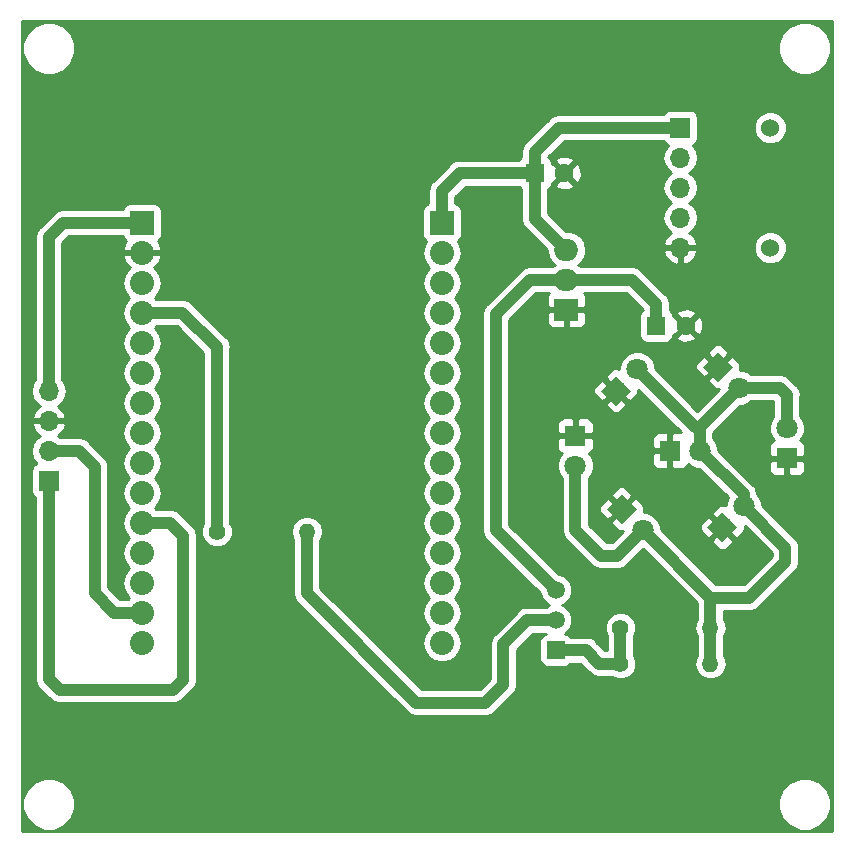
<source format=gbl>
G04 #@! TF.GenerationSoftware,KiCad,Pcbnew,(5.0.1)-3*
G04 #@! TF.CreationDate,2019-03-18T16:45:20+07:00*
G04 #@! TF.ProjectId,Infrared,496E6672617265642E6B696361645F70,rev?*
G04 #@! TF.SameCoordinates,Original*
G04 #@! TF.FileFunction,Copper,L2,Bot,Signal*
G04 #@! TF.FilePolarity,Positive*
%FSLAX46Y46*%
G04 Gerber Fmt 4.6, Leading zero omitted, Abs format (unit mm)*
G04 Created by KiCad (PCBNEW (5.0.1)-3) date 18-Mar-19 16:45:20*
%MOMM*%
%LPD*%
G01*
G04 APERTURE LIST*
G04 #@! TA.AperFunction,ComponentPad*
%ADD10R,1.700000X1.700000*%
G04 #@! TD*
G04 #@! TA.AperFunction,ComponentPad*
%ADD11O,1.700000X1.700000*%
G04 #@! TD*
G04 #@! TA.AperFunction,ComponentPad*
%ADD12C,1.524000*%
G04 #@! TD*
G04 #@! TA.AperFunction,ComponentPad*
%ADD13C,1.600000*%
G04 #@! TD*
G04 #@! TA.AperFunction,ComponentPad*
%ADD14R,1.600000X1.600000*%
G04 #@! TD*
G04 #@! TA.AperFunction,ComponentPad*
%ADD15O,2.032000X2.032000*%
G04 #@! TD*
G04 #@! TA.AperFunction,ComponentPad*
%ADD16R,2.032000X2.032000*%
G04 #@! TD*
G04 #@! TA.AperFunction,ComponentPad*
%ADD17C,1.800000*%
G04 #@! TD*
G04 #@! TA.AperFunction,ComponentPad*
%ADD18R,1.800000X1.800000*%
G04 #@! TD*
G04 #@! TA.AperFunction,Conductor*
%ADD19C,0.100000*%
G04 #@! TD*
G04 #@! TA.AperFunction,ComponentPad*
%ADD20O,2.000000X1.905000*%
G04 #@! TD*
G04 #@! TA.AperFunction,ComponentPad*
%ADD21R,2.000000X1.905000*%
G04 #@! TD*
G04 #@! TA.AperFunction,ComponentPad*
%ADD22R,1.500000X1.500000*%
G04 #@! TD*
G04 #@! TA.AperFunction,ComponentPad*
%ADD23C,1.500000*%
G04 #@! TD*
G04 #@! TA.AperFunction,ComponentPad*
%ADD24O,1.400000X1.400000*%
G04 #@! TD*
G04 #@! TA.AperFunction,ComponentPad*
%ADD25C,1.400000*%
G04 #@! TD*
G04 #@! TA.AperFunction,Conductor*
%ADD26C,1.016000*%
G04 #@! TD*
G04 #@! TA.AperFunction,Conductor*
%ADD27C,0.254000*%
G04 #@! TD*
G04 APERTURE END LIST*
D10*
G04 #@! TO.P,J1,1*
G04 #@! TO.N,+5V*
X56675000Y-9939000D03*
D11*
G04 #@! TO.P,J1,2*
G04 #@! TO.N,Net-(J1-Pad2)*
X56675000Y-12479000D03*
G04 #@! TO.P,J1,3*
G04 #@! TO.N,Net-(J1-Pad3)*
X56675000Y-15019000D03*
G04 #@! TO.P,J1,4*
G04 #@! TO.N,Net-(J1-Pad4)*
X56675000Y-17559000D03*
G04 #@! TO.P,J1,5*
G04 #@! TO.N,GND*
X56675000Y-20099000D03*
D12*
G04 #@! TO.P,J1,6*
G04 #@! TO.N,N/C*
X64295000Y-9939000D03*
G04 #@! TO.P,J1,7*
X64295000Y-20099000D03*
G04 #@! TD*
D11*
G04 #@! TO.P,U3,4*
G04 #@! TO.N,+3V3*
X3222000Y-32222000D03*
G04 #@! TO.P,U3,3*
G04 #@! TO.N,GND*
X3222000Y-34762000D03*
G04 #@! TO.P,U3,2*
G04 #@! TO.N,SCL*
X3222000Y-37302000D03*
D10*
G04 #@! TO.P,U3,1*
G04 #@! TO.N,SDA*
X3222000Y-39842000D03*
G04 #@! TD*
D13*
G04 #@! TO.P,C1,2*
G04 #@! TO.N,GND*
X46876000Y-13798000D03*
D14*
G04 #@! TO.P,C1,1*
G04 #@! TO.N,+5V*
X44376000Y-13798000D03*
G04 #@! TD*
D13*
G04 #@! TO.P,C2,2*
G04 #@! TO.N,GND*
X57143000Y-26703000D03*
D14*
G04 #@! TO.P,C2,1*
G04 #@! TO.N,Net-(C2-Pad1)*
X54643000Y-26703000D03*
G04 #@! TD*
D15*
G04 #@! TO.P,U2,26*
G04 #@! TO.N,Net-(U2-Pad26)*
X36502000Y-28149000D03*
G04 #@! TO.P,U2,16*
G04 #@! TO.N,Net-(U2-Pad16)*
X36502000Y-53549000D03*
G04 #@! TO.P,U2,27*
G04 #@! TO.N,Net-(U2-Pad27)*
X36502000Y-25609000D03*
G04 #@! TO.P,U2,21*
G04 #@! TO.N,Net-(U2-Pad21)*
X36502000Y-40849000D03*
G04 #@! TO.P,U2,20*
G04 #@! TO.N,Net-(U2-Pad20)*
X36502000Y-43389000D03*
G04 #@! TO.P,U2,22*
G04 #@! TO.N,Net-(U2-Pad22)*
X36502000Y-38309000D03*
G04 #@! TO.P,U2,19*
G04 #@! TO.N,Net-(U2-Pad19)*
X36502000Y-45929000D03*
G04 #@! TO.P,U2,23*
G04 #@! TO.N,Net-(U2-Pad23)*
X36502000Y-35769000D03*
G04 #@! TO.P,U2,17*
G04 #@! TO.N,Net-(U2-Pad17)*
X36502000Y-51009000D03*
D16*
G04 #@! TO.P,U2,30*
G04 #@! TO.N,+5V*
X36502000Y-17989000D03*
D15*
G04 #@! TO.P,U2,28*
G04 #@! TO.N,Net-(U2-Pad28)*
X36502000Y-23069000D03*
G04 #@! TO.P,U2,18*
G04 #@! TO.N,Net-(U2-Pad18)*
X36502000Y-48469000D03*
G04 #@! TO.P,U2,24*
G04 #@! TO.N,Net-(U2-Pad24)*
X36502000Y-33229000D03*
G04 #@! TO.P,U2,29*
G04 #@! TO.N,Net-(U2-Pad29)*
X36502000Y-20529000D03*
G04 #@! TO.P,U2,25*
G04 #@! TO.N,Net-(U2-Pad25)*
X36502000Y-30689000D03*
G04 #@! TO.P,U2,15*
G04 #@! TO.N,Net-(U2-Pad15)*
X11102000Y-53549000D03*
G04 #@! TO.P,U2,14*
G04 #@! TO.N,SCL*
X11102000Y-51009000D03*
G04 #@! TO.P,U2,13*
G04 #@! TO.N,Net-(U2-Pad13)*
X11102000Y-48469000D03*
G04 #@! TO.P,U2,12*
G04 #@! TO.N,Net-(U2-Pad12)*
X11102000Y-45929000D03*
G04 #@! TO.P,U2,11*
G04 #@! TO.N,SDA*
X11102000Y-43389000D03*
G04 #@! TO.P,U2,10*
G04 #@! TO.N,Net-(U2-Pad10)*
X11102000Y-40849000D03*
G04 #@! TO.P,U2,9*
G04 #@! TO.N,Net-(U2-Pad9)*
X11102000Y-38309000D03*
G04 #@! TO.P,U2,8*
G04 #@! TO.N,Net-(U2-Pad8)*
X11102000Y-35769000D03*
G04 #@! TO.P,U2,7*
G04 #@! TO.N,Net-(U2-Pad7)*
X11102000Y-33229000D03*
G04 #@! TO.P,U2,6*
G04 #@! TO.N,Net-(U2-Pad6)*
X11102000Y-30689000D03*
G04 #@! TO.P,U2,5*
G04 #@! TO.N,Net-(U2-Pad5)*
X11102000Y-28149000D03*
G04 #@! TO.P,U2,4*
G04 #@! TO.N,Net-(R2-Pad1)*
X11102000Y-25609000D03*
G04 #@! TO.P,U2,3*
G04 #@! TO.N,Net-(U2-Pad3)*
X11102000Y-23069000D03*
G04 #@! TO.P,U2,2*
G04 #@! TO.N,GND*
X11102000Y-20529000D03*
D16*
G04 #@! TO.P,U2,1*
G04 #@! TO.N,+3V3*
X11102000Y-17989000D03*
G04 #@! TD*
D17*
G04 #@! TO.P,D3,2*
G04 #@! TO.N,Net-(D1-Pad2)*
X65712000Y-35388000D03*
D18*
G04 #@! TO.P,D3,1*
G04 #@! TO.N,GND*
X65712000Y-37928000D03*
G04 #@! TD*
D17*
G04 #@! TO.P,D7,2*
G04 #@! TO.N,Net-(D1-Pad2)*
X53520000Y-44024000D03*
G04 #@! TO.P,D7,1*
G04 #@! TO.N,GND*
X51723949Y-42227949D03*
D19*
G04 #@! TD*
G04 #@! TO.N,GND*
G04 #@! TO.C,D7*
G36*
X50451157Y-42227949D02*
X51723949Y-40955157D01*
X52996741Y-42227949D01*
X51723949Y-43500741D01*
X50451157Y-42227949D01*
X50451157Y-42227949D01*
G37*
D17*
G04 #@! TO.P,D5,2*
G04 #@! TO.N,Net-(D1-Pad2)*
X47805000Y-38563000D03*
D18*
G04 #@! TO.P,D5,1*
G04 #@! TO.N,GND*
X47805000Y-36023000D03*
G04 #@! TD*
D17*
G04 #@! TO.P,D4,2*
G04 #@! TO.N,Net-(D1-Pad2)*
X58346000Y-37293000D03*
D18*
G04 #@! TO.P,D4,1*
G04 #@! TO.N,GND*
X55806000Y-37293000D03*
G04 #@! TD*
D17*
G04 #@! TO.P,D2,2*
G04 #@! TO.N,Net-(D1-Pad2)*
X61666051Y-31977051D03*
G04 #@! TO.P,D2,1*
G04 #@! TO.N,GND*
X59870000Y-30181000D03*
D19*
G04 #@! TD*
G04 #@! TO.N,GND*
G04 #@! TO.C,D2*
G36*
X58597208Y-30181000D02*
X59870000Y-28908208D01*
X61142792Y-30181000D01*
X59870000Y-31453792D01*
X58597208Y-30181000D01*
X58597208Y-30181000D01*
G37*
D17*
G04 #@! TO.P,D1,2*
G04 #@! TO.N,Net-(D1-Pad2)*
X53030051Y-30416949D03*
G04 #@! TO.P,D1,1*
G04 #@! TO.N,GND*
X51234000Y-32213000D03*
D19*
G04 #@! TD*
G04 #@! TO.N,GND*
G04 #@! TO.C,D1*
G36*
X51234000Y-33485792D02*
X49961208Y-32213000D01*
X51234000Y-30940208D01*
X52506792Y-32213000D01*
X51234000Y-33485792D01*
X51234000Y-33485792D01*
G37*
D17*
G04 #@! TO.P,D6,2*
G04 #@! TO.N,Net-(D1-Pad2)*
X62047051Y-41973949D03*
G04 #@! TO.P,D6,1*
G04 #@! TO.N,GND*
X60251000Y-43770000D03*
D19*
G04 #@! TD*
G04 #@! TO.N,GND*
G04 #@! TO.C,D6*
G36*
X60251000Y-45042792D02*
X58978208Y-43770000D01*
X60251000Y-42497208D01*
X61523792Y-43770000D01*
X60251000Y-45042792D01*
X60251000Y-45042792D01*
G37*
D20*
G04 #@! TO.P,U1,3*
G04 #@! TO.N,+5V*
X47043000Y-20275000D03*
G04 #@! TO.P,U1,2*
G04 #@! TO.N,Net-(C2-Pad1)*
X47043000Y-22815000D03*
D21*
G04 #@! TO.P,U1,1*
G04 #@! TO.N,GND*
X47043000Y-25355000D03*
G04 #@! TD*
D22*
G04 #@! TO.P,Q1,1*
G04 #@! TO.N,Net-(Q1-Pad1)*
X46154000Y-54184000D03*
D23*
G04 #@! TO.P,Q1,3*
G04 #@! TO.N,Net-(C2-Pad1)*
X46154000Y-49104000D03*
G04 #@! TO.P,Q1,2*
G04 #@! TO.N,Net-(Q1-Pad2)*
X46154000Y-51644000D03*
G04 #@! TD*
D24*
G04 #@! TO.P,R2,2*
G04 #@! TO.N,Net-(Q1-Pad2)*
X25072000Y-44151000D03*
D25*
G04 #@! TO.P,R2,1*
G04 #@! TO.N,Net-(R2-Pad1)*
X17452000Y-44151000D03*
G04 #@! TD*
D24*
G04 #@! TO.P,R1,2*
G04 #@! TO.N,Net-(D1-Pad2)*
X59235000Y-52279000D03*
D25*
G04 #@! TO.P,R1,1*
G04 #@! TO.N,Net-(Q1-Pad1)*
X51615000Y-52279000D03*
G04 #@! TD*
D24*
G04 #@! TO.P,R3,2*
G04 #@! TO.N,Net-(D1-Pad2)*
X59235000Y-55327000D03*
D25*
G04 #@! TO.P,R3,1*
G04 #@! TO.N,Net-(Q1-Pad1)*
X51615000Y-55327000D03*
G04 #@! TD*
D26*
G04 #@! TO.N,Net-(Q1-Pad1)*
X46154000Y-54184000D02*
X48694000Y-54184000D01*
X49837000Y-55327000D02*
X51615000Y-55327000D01*
X48694000Y-54184000D02*
X49837000Y-55327000D01*
X51615000Y-52279000D02*
X51615000Y-55327000D01*
G04 #@! TO.N,Net-(D1-Pad2)*
X59235000Y-52279000D02*
X59235000Y-55327000D01*
X59235000Y-49739000D02*
X59235000Y-52279000D01*
X53520000Y-44024000D02*
X59235000Y-49739000D01*
X59235000Y-49739000D02*
X62537000Y-49739000D01*
X62537000Y-49739000D02*
X65585000Y-46691000D01*
X65585000Y-45511898D02*
X62047051Y-41973949D01*
X65585000Y-46691000D02*
X65585000Y-45511898D01*
X62047051Y-40994051D02*
X58346000Y-37293000D01*
X62047051Y-41973949D02*
X62047051Y-40994051D01*
X58346000Y-35297102D02*
X61666051Y-31977051D01*
X58346000Y-37293000D02*
X58346000Y-35297102D01*
X61666051Y-31977051D02*
X65095051Y-31977051D01*
X65712000Y-32594000D02*
X65712000Y-35388000D01*
X65095051Y-31977051D02*
X65712000Y-32594000D01*
X57910204Y-35297102D02*
X53030051Y-30416949D01*
X58346000Y-35297102D02*
X57910204Y-35297102D01*
X47805000Y-44024000D02*
X47805000Y-38563000D01*
X49964000Y-46183000D02*
X47805000Y-44024000D01*
X53520000Y-44024000D02*
X51361000Y-46183000D01*
X51361000Y-46183000D02*
X49964000Y-46183000D01*
G04 #@! TO.N,Net-(R2-Pad1)*
X11102000Y-25609000D02*
X14531000Y-25609000D01*
X17452000Y-28530000D02*
X17452000Y-44151000D01*
X14531000Y-25609000D02*
X17452000Y-28530000D01*
G04 #@! TO.N,Net-(Q1-Pad2)*
X43741000Y-51644000D02*
X46154000Y-51644000D01*
X25072000Y-49358000D02*
X34343000Y-58629000D01*
X25072000Y-44151000D02*
X25072000Y-49358000D01*
X34343000Y-58629000D02*
X40185000Y-58629000D01*
X40185000Y-58629000D02*
X41709000Y-57105000D01*
X41709000Y-57105000D02*
X41709000Y-53676000D01*
X41709000Y-53676000D02*
X43741000Y-51644000D01*
G04 #@! TO.N,Net-(C2-Pad1)*
X43995000Y-22815000D02*
X47043000Y-22815000D01*
X41074000Y-25736000D02*
X43995000Y-22815000D01*
X46154000Y-49104000D02*
X41074000Y-44024000D01*
X41074000Y-44024000D02*
X41074000Y-25736000D01*
X54643000Y-24887000D02*
X54643000Y-26703000D01*
X52571000Y-22815000D02*
X54643000Y-24887000D01*
X47043000Y-22815000D02*
X52571000Y-22815000D01*
G04 #@! TO.N,+5V*
X46995500Y-20275000D02*
X44376000Y-17655500D01*
X47043000Y-20275000D02*
X46995500Y-20275000D01*
X44376000Y-17655500D02*
X44376000Y-13798000D01*
X36502000Y-15322000D02*
X36502000Y-17989000D01*
X44376000Y-13798000D02*
X38026000Y-13798000D01*
X38026000Y-13798000D02*
X36502000Y-15322000D01*
X54809000Y-9939000D02*
X56675000Y-9939000D01*
X46419000Y-9939000D02*
X54809000Y-9939000D01*
X44376000Y-11982000D02*
X46419000Y-9939000D01*
X44376000Y-13798000D02*
X44376000Y-11982000D01*
G04 #@! TO.N,+3V3*
X3222000Y-32222000D02*
X3222000Y-19222000D01*
X4455000Y-17989000D02*
X11102000Y-17989000D01*
X3222000Y-19222000D02*
X4455000Y-17989000D01*
G04 #@! TO.N,SCL*
X3222000Y-37302000D02*
X5755200Y-37302000D01*
X5755200Y-37302000D02*
X7094200Y-38641000D01*
X7094200Y-38641000D02*
X7094200Y-49334400D01*
X8768800Y-51009000D02*
X7094200Y-49334400D01*
X11102000Y-51009000D02*
X8768800Y-51009000D01*
G04 #@! TO.N,SDA*
X3222000Y-39842000D02*
X3222000Y-56638200D01*
X3222000Y-56638200D02*
X4122400Y-57538600D01*
X4122400Y-57538600D02*
X13749000Y-57538600D01*
X13749000Y-57538600D02*
X14612600Y-56675000D01*
X14612600Y-56675000D02*
X14612600Y-44483000D01*
X13518600Y-43389000D02*
X11102000Y-43389000D01*
X14612600Y-44483000D02*
X13518600Y-43389000D01*
G04 #@! TD*
D27*
G04 #@! TO.N,GND*
G36*
X69512001Y-69512000D02*
X932000Y-69512000D01*
X932000Y-66777431D01*
X987000Y-66777431D01*
X987000Y-67666569D01*
X1327259Y-68488026D01*
X1955974Y-69116741D01*
X2777431Y-69457000D01*
X3666569Y-69457000D01*
X4488026Y-69116741D01*
X5116741Y-68488026D01*
X5457000Y-67666569D01*
X5457000Y-66777431D01*
X64987000Y-66777431D01*
X64987000Y-67666569D01*
X65327259Y-68488026D01*
X65955974Y-69116741D01*
X66777431Y-69457000D01*
X67666569Y-69457000D01*
X68488026Y-69116741D01*
X69116741Y-68488026D01*
X69457000Y-67666569D01*
X69457000Y-66777431D01*
X69116741Y-65955974D01*
X68488026Y-65327259D01*
X67666569Y-64987000D01*
X66777431Y-64987000D01*
X65955974Y-65327259D01*
X65327259Y-65955974D01*
X64987000Y-66777431D01*
X5457000Y-66777431D01*
X5116741Y-65955974D01*
X4488026Y-65327259D01*
X3666569Y-64987000D01*
X2777431Y-64987000D01*
X1955974Y-65327259D01*
X1327259Y-65955974D01*
X987000Y-66777431D01*
X932000Y-66777431D01*
X932000Y-37302000D01*
X1707908Y-37302000D01*
X1823161Y-37881418D01*
X2151375Y-38372625D01*
X2169619Y-38384816D01*
X2124235Y-38393843D01*
X1914191Y-38534191D01*
X1773843Y-38744235D01*
X1724560Y-38992000D01*
X1724560Y-40692000D01*
X1773843Y-40939765D01*
X1914191Y-41149809D01*
X2079000Y-41259932D01*
X2079001Y-56525624D01*
X2056608Y-56638200D01*
X2145319Y-57084176D01*
X2397944Y-57462257D01*
X2493380Y-57526025D01*
X3234574Y-58267220D01*
X3298343Y-58362657D01*
X3676424Y-58615282D01*
X4009828Y-58681600D01*
X4009829Y-58681600D01*
X4122400Y-58703992D01*
X4234971Y-58681600D01*
X13636429Y-58681600D01*
X13749000Y-58703992D01*
X13861571Y-58681600D01*
X13861572Y-58681600D01*
X14194976Y-58615282D01*
X14573057Y-58362657D01*
X14636827Y-58267218D01*
X15341221Y-57562825D01*
X15436657Y-57499057D01*
X15689282Y-57120976D01*
X15755600Y-56787572D01*
X15755600Y-56787571D01*
X15777992Y-56675000D01*
X15755600Y-56562429D01*
X15755600Y-44595572D01*
X15777992Y-44483000D01*
X15689282Y-44037023D01*
X15554278Y-43834976D01*
X15436657Y-43658943D01*
X15341220Y-43595174D01*
X14406427Y-42660382D01*
X14342657Y-42564943D01*
X13964576Y-42312318D01*
X13631172Y-42246000D01*
X13631171Y-42246000D01*
X13518600Y-42223608D01*
X13406029Y-42246000D01*
X12323913Y-42246000D01*
X12292305Y-42198695D01*
X12173033Y-42119000D01*
X12292305Y-42039305D01*
X12657208Y-41493188D01*
X12785345Y-40849000D01*
X12657208Y-40204812D01*
X12292305Y-39658695D01*
X12173033Y-39579000D01*
X12292305Y-39499305D01*
X12657208Y-38953188D01*
X12785345Y-38309000D01*
X12657208Y-37664812D01*
X12292305Y-37118695D01*
X12173033Y-37039000D01*
X12292305Y-36959305D01*
X12657208Y-36413188D01*
X12785345Y-35769000D01*
X12657208Y-35124812D01*
X12292305Y-34578695D01*
X12173033Y-34499000D01*
X12292305Y-34419305D01*
X12657208Y-33873188D01*
X12785345Y-33229000D01*
X12657208Y-32584812D01*
X12292305Y-32038695D01*
X12173033Y-31959000D01*
X12292305Y-31879305D01*
X12657208Y-31333188D01*
X12785345Y-30689000D01*
X12657208Y-30044812D01*
X12292305Y-29498695D01*
X12173033Y-29419000D01*
X12292305Y-29339305D01*
X12657208Y-28793188D01*
X12785345Y-28149000D01*
X12657208Y-27504812D01*
X12292305Y-26958695D01*
X12173033Y-26879000D01*
X12292305Y-26799305D01*
X12323913Y-26752000D01*
X14057555Y-26752000D01*
X16309000Y-29003446D01*
X16309001Y-43421921D01*
X16117000Y-43885452D01*
X16117000Y-44416548D01*
X16320242Y-44907217D01*
X16695783Y-45282758D01*
X17186452Y-45486000D01*
X17717548Y-45486000D01*
X18208217Y-45282758D01*
X18583758Y-44907217D01*
X18787000Y-44416548D01*
X18787000Y-44151000D01*
X23710846Y-44151000D01*
X23814458Y-44671891D01*
X23929000Y-44843315D01*
X23929001Y-49245424D01*
X23906608Y-49358000D01*
X23990625Y-49780376D01*
X23995319Y-49803976D01*
X24247944Y-50182057D01*
X24343380Y-50245825D01*
X33455175Y-59357621D01*
X33518943Y-59453057D01*
X33897024Y-59705682D01*
X34230428Y-59772000D01*
X34230429Y-59772000D01*
X34343000Y-59794392D01*
X34455571Y-59772000D01*
X40072429Y-59772000D01*
X40185000Y-59794392D01*
X40297571Y-59772000D01*
X40297572Y-59772000D01*
X40630976Y-59705682D01*
X41009057Y-59453057D01*
X41072827Y-59357618D01*
X42437621Y-57992825D01*
X42533057Y-57929057D01*
X42785682Y-57550976D01*
X42852000Y-57217572D01*
X42852000Y-57217571D01*
X42874392Y-57105001D01*
X42852000Y-56992430D01*
X42852000Y-54149445D01*
X44214446Y-52787000D01*
X45338313Y-52787000D01*
X45348844Y-52797531D01*
X45156235Y-52835843D01*
X44946191Y-52976191D01*
X44805843Y-53186235D01*
X44756560Y-53434000D01*
X44756560Y-54934000D01*
X44805843Y-55181765D01*
X44946191Y-55391809D01*
X45156235Y-55532157D01*
X45404000Y-55581440D01*
X46904000Y-55581440D01*
X47151765Y-55532157D01*
X47361809Y-55391809D01*
X47405113Y-55327000D01*
X48220555Y-55327000D01*
X48949174Y-56055620D01*
X49012943Y-56151057D01*
X49391024Y-56403682D01*
X49724428Y-56470000D01*
X49836999Y-56492392D01*
X49949570Y-56470000D01*
X50885924Y-56470000D01*
X51349452Y-56662000D01*
X51880548Y-56662000D01*
X52371217Y-56458758D01*
X52746758Y-56083217D01*
X52950000Y-55592548D01*
X52950000Y-55061452D01*
X52758000Y-54597924D01*
X52758000Y-53008076D01*
X52950000Y-52544548D01*
X52950000Y-52013452D01*
X52746758Y-51522783D01*
X52371217Y-51147242D01*
X51880548Y-50944000D01*
X51349452Y-50944000D01*
X50858783Y-51147242D01*
X50483242Y-51522783D01*
X50280000Y-52013452D01*
X50280000Y-52544548D01*
X50472000Y-53008077D01*
X50472001Y-54184000D01*
X50310446Y-54184000D01*
X49581827Y-53455382D01*
X49518057Y-53359943D01*
X49139976Y-53107318D01*
X48806572Y-53041000D01*
X48806571Y-53041000D01*
X48694000Y-53018608D01*
X48581429Y-53041000D01*
X47405113Y-53041000D01*
X47361809Y-52976191D01*
X47151765Y-52835843D01*
X46959156Y-52797531D01*
X47328147Y-52428540D01*
X47539000Y-51919494D01*
X47539000Y-51368506D01*
X47328147Y-50859460D01*
X46938540Y-50469853D01*
X46707130Y-50374000D01*
X46938540Y-50278147D01*
X47328147Y-49888540D01*
X47539000Y-49379494D01*
X47539000Y-48828506D01*
X47328147Y-48319460D01*
X46938540Y-47929853D01*
X46429494Y-47719000D01*
X46385446Y-47719000D01*
X42217000Y-43550555D01*
X42217000Y-36308750D01*
X46270000Y-36308750D01*
X46270000Y-37049309D01*
X46366673Y-37282698D01*
X46545301Y-37461327D01*
X46680044Y-37517139D01*
X46503690Y-37693493D01*
X46270000Y-38257670D01*
X46270000Y-38868330D01*
X46503690Y-39432507D01*
X46662001Y-39590818D01*
X46662000Y-43911429D01*
X46639608Y-44024000D01*
X46662000Y-44136571D01*
X46728318Y-44469975D01*
X46980943Y-44848057D01*
X47076382Y-44911827D01*
X49076174Y-46911620D01*
X49139943Y-47007057D01*
X49518024Y-47259682D01*
X49851428Y-47326000D01*
X49963999Y-47348392D01*
X50076570Y-47326000D01*
X51248429Y-47326000D01*
X51361000Y-47348392D01*
X51473571Y-47326000D01*
X51473572Y-47326000D01*
X51806976Y-47259682D01*
X52185057Y-47007057D01*
X52248827Y-46911618D01*
X53520000Y-45640445D01*
X58092000Y-50212446D01*
X58092001Y-51586684D01*
X57977458Y-51758109D01*
X57873846Y-52279000D01*
X57977458Y-52799891D01*
X58092000Y-52971316D01*
X58092001Y-54634684D01*
X57977458Y-54806109D01*
X57873846Y-55327000D01*
X57977458Y-55847891D01*
X58272519Y-56289481D01*
X58714109Y-56584542D01*
X59103515Y-56662000D01*
X59366485Y-56662000D01*
X59755891Y-56584542D01*
X60197481Y-56289481D01*
X60492542Y-55847891D01*
X60596154Y-55327000D01*
X60492542Y-54806109D01*
X60378000Y-54634685D01*
X60378000Y-52971315D01*
X60492542Y-52799891D01*
X60596154Y-52279000D01*
X60492542Y-51758109D01*
X60378000Y-51586685D01*
X60378000Y-50882000D01*
X62424429Y-50882000D01*
X62537000Y-50904392D01*
X62649571Y-50882000D01*
X62649572Y-50882000D01*
X62982976Y-50815682D01*
X63361057Y-50563057D01*
X63424827Y-50467618D01*
X66313621Y-47578825D01*
X66409057Y-47515057D01*
X66661682Y-47136976D01*
X66728000Y-46803572D01*
X66728000Y-46803571D01*
X66750392Y-46691000D01*
X66728000Y-46578429D01*
X66728000Y-45624468D01*
X66750392Y-45511897D01*
X66693858Y-45227682D01*
X66661682Y-45065922D01*
X66409057Y-44687841D01*
X66313620Y-44624073D01*
X63582051Y-41892504D01*
X63582051Y-41668619D01*
X63348361Y-41104442D01*
X63206105Y-40962186D01*
X63123733Y-40548074D01*
X62971443Y-40320157D01*
X62871108Y-40169994D01*
X62775671Y-40106226D01*
X60883195Y-38213750D01*
X64177000Y-38213750D01*
X64177000Y-38954309D01*
X64273673Y-39187698D01*
X64452301Y-39366327D01*
X64685690Y-39463000D01*
X65426250Y-39463000D01*
X65585000Y-39304250D01*
X65585000Y-38055000D01*
X65839000Y-38055000D01*
X65839000Y-39304250D01*
X65997750Y-39463000D01*
X66738310Y-39463000D01*
X66971699Y-39366327D01*
X67150327Y-39187698D01*
X67247000Y-38954309D01*
X67247000Y-38213750D01*
X67088250Y-38055000D01*
X65839000Y-38055000D01*
X65585000Y-38055000D01*
X64335750Y-38055000D01*
X64177000Y-38213750D01*
X60883195Y-38213750D01*
X59881000Y-37211555D01*
X59881000Y-36987670D01*
X59647310Y-36423493D01*
X59489000Y-36265183D01*
X59489000Y-35770547D01*
X61747497Y-33512051D01*
X61971381Y-33512051D01*
X62535558Y-33278361D01*
X62693868Y-33120051D01*
X64569000Y-33120051D01*
X64569001Y-34360182D01*
X64410690Y-34518493D01*
X64177000Y-35082670D01*
X64177000Y-35693330D01*
X64410690Y-36257507D01*
X64587044Y-36433861D01*
X64452301Y-36489673D01*
X64273673Y-36668302D01*
X64177000Y-36901691D01*
X64177000Y-37642250D01*
X64335750Y-37801000D01*
X65585000Y-37801000D01*
X65585000Y-37781000D01*
X65839000Y-37781000D01*
X65839000Y-37801000D01*
X67088250Y-37801000D01*
X67247000Y-37642250D01*
X67247000Y-36901691D01*
X67150327Y-36668302D01*
X66971699Y-36489673D01*
X66836956Y-36433861D01*
X67013310Y-36257507D01*
X67247000Y-35693330D01*
X67247000Y-35082670D01*
X67013310Y-34518493D01*
X66855000Y-34360183D01*
X66855000Y-32706572D01*
X66877392Y-32594000D01*
X66788682Y-32148023D01*
X66715631Y-32038695D01*
X66536057Y-31769943D01*
X66440618Y-31706173D01*
X65982878Y-31248433D01*
X65919108Y-31152994D01*
X65541027Y-30900369D01*
X65207623Y-30834051D01*
X65207622Y-30834051D01*
X65095051Y-30811659D01*
X64982480Y-30834051D01*
X62693868Y-30834051D01*
X62535558Y-30675741D01*
X61971381Y-30442051D01*
X61721981Y-30442051D01*
X61777792Y-30307309D01*
X61777792Y-30054690D01*
X61681119Y-29821301D01*
X61157465Y-29297647D01*
X60932958Y-29297647D01*
X60049605Y-30181000D01*
X60063748Y-30195143D01*
X59884143Y-30374748D01*
X59870000Y-30360605D01*
X58986647Y-31243958D01*
X58986647Y-31468465D01*
X59510301Y-31992119D01*
X59743690Y-32088792D01*
X59937864Y-32088792D01*
X58128102Y-33898554D01*
X54565051Y-30335504D01*
X54565051Y-30111619D01*
X54541471Y-30054691D01*
X57962208Y-30054691D01*
X57962208Y-30307310D01*
X58058881Y-30540699D01*
X58582535Y-31064353D01*
X58807042Y-31064353D01*
X59690395Y-30181000D01*
X58807042Y-29297647D01*
X58582535Y-29297647D01*
X58058880Y-29821302D01*
X57962208Y-30054691D01*
X54541471Y-30054691D01*
X54331361Y-29547442D01*
X53899558Y-29115639D01*
X53363353Y-28893535D01*
X58986647Y-28893535D01*
X58986647Y-29118042D01*
X59870000Y-30001395D01*
X60753353Y-29118042D01*
X60753353Y-28893535D01*
X60229699Y-28369881D01*
X59996310Y-28273208D01*
X59743691Y-28273208D01*
X59510302Y-28369880D01*
X58986647Y-28893535D01*
X53363353Y-28893535D01*
X53335381Y-28881949D01*
X52724721Y-28881949D01*
X52160544Y-29115639D01*
X51728741Y-29547442D01*
X51495051Y-30111619D01*
X51495051Y-30361019D01*
X51360309Y-30305208D01*
X51107690Y-30305208D01*
X50874301Y-30401881D01*
X50350647Y-30925535D01*
X50350647Y-31150042D01*
X51234000Y-32033395D01*
X51248143Y-32019253D01*
X51427748Y-32198858D01*
X51413605Y-32213000D01*
X52296958Y-33096353D01*
X52521465Y-33096353D01*
X53045119Y-32572699D01*
X53141792Y-32339310D01*
X53141792Y-32145135D01*
X56754656Y-35758000D01*
X56091750Y-35758000D01*
X55933000Y-35916750D01*
X55933000Y-37166000D01*
X55953000Y-37166000D01*
X55953000Y-37420000D01*
X55933000Y-37420000D01*
X55933000Y-38669250D01*
X56091750Y-38828000D01*
X56832309Y-38828000D01*
X57065698Y-38731327D01*
X57244327Y-38552699D01*
X57300139Y-38417956D01*
X57476493Y-38594310D01*
X58040670Y-38828000D01*
X58264555Y-38828000D01*
X60685773Y-41249218D01*
X60512051Y-41668619D01*
X60512051Y-41918019D01*
X60377309Y-41862208D01*
X60124690Y-41862208D01*
X59891301Y-41958881D01*
X59367647Y-42482535D01*
X59367647Y-42707042D01*
X60251000Y-43590395D01*
X60265143Y-43576253D01*
X60444748Y-43755858D01*
X60430605Y-43770000D01*
X61313958Y-44653353D01*
X61538465Y-44653353D01*
X62062119Y-44129699D01*
X62158792Y-43896310D01*
X62158792Y-43702135D01*
X64442000Y-45985344D01*
X64442000Y-46217554D01*
X62063555Y-48596000D01*
X59708446Y-48596000D01*
X55945404Y-44832958D01*
X59367647Y-44832958D01*
X59367647Y-45057465D01*
X59891302Y-45581120D01*
X60124691Y-45677792D01*
X60377310Y-45677792D01*
X60610699Y-45581119D01*
X61134353Y-45057465D01*
X61134353Y-44832958D01*
X60251000Y-43949605D01*
X59367647Y-44832958D01*
X55945404Y-44832958D01*
X55055000Y-43942555D01*
X55055000Y-43718670D01*
X55023943Y-43643690D01*
X58343208Y-43643690D01*
X58343208Y-43896309D01*
X58439880Y-44129698D01*
X58963535Y-44653353D01*
X59188042Y-44653353D01*
X60071395Y-43770000D01*
X59188042Y-42886647D01*
X58963535Y-42886647D01*
X58439881Y-43410301D01*
X58343208Y-43643690D01*
X55023943Y-43643690D01*
X54821310Y-43154493D01*
X54389507Y-42722690D01*
X53825330Y-42489000D01*
X53575930Y-42489000D01*
X53631741Y-42354258D01*
X53631741Y-42101639D01*
X53535068Y-41868250D01*
X53011414Y-41344596D01*
X52786907Y-41344596D01*
X51903554Y-42227949D01*
X51917697Y-42242092D01*
X51738092Y-42421697D01*
X51723949Y-42407554D01*
X50840596Y-43290907D01*
X50840596Y-43515414D01*
X51364250Y-44039068D01*
X51597639Y-44135741D01*
X51791813Y-44135741D01*
X50887555Y-45040000D01*
X50437446Y-45040000D01*
X48948000Y-43550555D01*
X48948000Y-42101640D01*
X49816157Y-42101640D01*
X49816157Y-42354259D01*
X49912830Y-42587648D01*
X50436484Y-43111302D01*
X50660991Y-43111302D01*
X51544344Y-42227949D01*
X50660991Y-41344596D01*
X50436484Y-41344596D01*
X49912829Y-41868251D01*
X49816157Y-42101640D01*
X48948000Y-42101640D01*
X48948000Y-40940484D01*
X50840596Y-40940484D01*
X50840596Y-41164991D01*
X51723949Y-42048344D01*
X52607302Y-41164991D01*
X52607302Y-40940484D01*
X52083648Y-40416830D01*
X51850259Y-40320157D01*
X51597640Y-40320157D01*
X51364251Y-40416829D01*
X50840596Y-40940484D01*
X48948000Y-40940484D01*
X48948000Y-39590817D01*
X49106310Y-39432507D01*
X49340000Y-38868330D01*
X49340000Y-38257670D01*
X49106310Y-37693493D01*
X48991567Y-37578750D01*
X54271000Y-37578750D01*
X54271000Y-38319310D01*
X54367673Y-38552699D01*
X54546302Y-38731327D01*
X54779691Y-38828000D01*
X55520250Y-38828000D01*
X55679000Y-38669250D01*
X55679000Y-37420000D01*
X54429750Y-37420000D01*
X54271000Y-37578750D01*
X48991567Y-37578750D01*
X48929956Y-37517139D01*
X49064699Y-37461327D01*
X49243327Y-37282698D01*
X49340000Y-37049309D01*
X49340000Y-36308750D01*
X49297940Y-36266690D01*
X54271000Y-36266690D01*
X54271000Y-37007250D01*
X54429750Y-37166000D01*
X55679000Y-37166000D01*
X55679000Y-35916750D01*
X55520250Y-35758000D01*
X54779691Y-35758000D01*
X54546302Y-35854673D01*
X54367673Y-36033301D01*
X54271000Y-36266690D01*
X49297940Y-36266690D01*
X49181250Y-36150000D01*
X47932000Y-36150000D01*
X47932000Y-36170000D01*
X47678000Y-36170000D01*
X47678000Y-36150000D01*
X46428750Y-36150000D01*
X46270000Y-36308750D01*
X42217000Y-36308750D01*
X42217000Y-34996691D01*
X46270000Y-34996691D01*
X46270000Y-35737250D01*
X46428750Y-35896000D01*
X47678000Y-35896000D01*
X47678000Y-34646750D01*
X47932000Y-34646750D01*
X47932000Y-35896000D01*
X49181250Y-35896000D01*
X49340000Y-35737250D01*
X49340000Y-34996691D01*
X49243327Y-34763302D01*
X49064699Y-34584673D01*
X48831310Y-34488000D01*
X48090750Y-34488000D01*
X47932000Y-34646750D01*
X47678000Y-34646750D01*
X47519250Y-34488000D01*
X46778690Y-34488000D01*
X46545301Y-34584673D01*
X46366673Y-34763302D01*
X46270000Y-34996691D01*
X42217000Y-34996691D01*
X42217000Y-33275958D01*
X50350647Y-33275958D01*
X50350647Y-33500465D01*
X50874302Y-34024120D01*
X51107691Y-34120792D01*
X51360310Y-34120792D01*
X51593699Y-34024119D01*
X52117353Y-33500465D01*
X52117353Y-33275958D01*
X51234000Y-32392605D01*
X50350647Y-33275958D01*
X42217000Y-33275958D01*
X42217000Y-32086690D01*
X49326208Y-32086690D01*
X49326208Y-32339309D01*
X49422880Y-32572698D01*
X49946535Y-33096353D01*
X50171042Y-33096353D01*
X51054395Y-32213000D01*
X50171042Y-31329647D01*
X49946535Y-31329647D01*
X49422881Y-31853301D01*
X49326208Y-32086690D01*
X42217000Y-32086690D01*
X42217000Y-26209445D01*
X42785695Y-25640750D01*
X45408000Y-25640750D01*
X45408000Y-26433809D01*
X45504673Y-26667198D01*
X45683301Y-26845827D01*
X45916690Y-26942500D01*
X46757250Y-26942500D01*
X46916000Y-26783750D01*
X46916000Y-25482000D01*
X47170000Y-25482000D01*
X47170000Y-26783750D01*
X47328750Y-26942500D01*
X48169310Y-26942500D01*
X48402699Y-26845827D01*
X48581327Y-26667198D01*
X48678000Y-26433809D01*
X48678000Y-25640750D01*
X48519250Y-25482000D01*
X47170000Y-25482000D01*
X46916000Y-25482000D01*
X45566750Y-25482000D01*
X45408000Y-25640750D01*
X42785695Y-25640750D01*
X44468446Y-23958000D01*
X45589475Y-23958000D01*
X45504673Y-24042802D01*
X45408000Y-24276191D01*
X45408000Y-25069250D01*
X45566750Y-25228000D01*
X46916000Y-25228000D01*
X46916000Y-25208000D01*
X47170000Y-25208000D01*
X47170000Y-25228000D01*
X48519250Y-25228000D01*
X48678000Y-25069250D01*
X48678000Y-24276191D01*
X48581327Y-24042802D01*
X48496525Y-23958000D01*
X52097555Y-23958000D01*
X53500000Y-25360446D01*
X53500000Y-25368477D01*
X53385191Y-25445191D01*
X53244843Y-25655235D01*
X53195560Y-25903000D01*
X53195560Y-27503000D01*
X53244843Y-27750765D01*
X53385191Y-27960809D01*
X53595235Y-28101157D01*
X53843000Y-28150440D01*
X55443000Y-28150440D01*
X55690765Y-28101157D01*
X55900809Y-27960809D01*
X56041157Y-27750765D01*
X56049117Y-27710745D01*
X56314861Y-27710745D01*
X56388995Y-27956864D01*
X56926223Y-28149965D01*
X57496454Y-28122778D01*
X57897005Y-27956864D01*
X57971139Y-27710745D01*
X57143000Y-26882605D01*
X56314861Y-27710745D01*
X56049117Y-27710745D01*
X56087693Y-27516813D01*
X56135255Y-27531139D01*
X56963395Y-26703000D01*
X57322605Y-26703000D01*
X58150745Y-27531139D01*
X58396864Y-27457005D01*
X58589965Y-26919777D01*
X58562778Y-26349546D01*
X58396864Y-25948995D01*
X58150745Y-25874861D01*
X57322605Y-26703000D01*
X56963395Y-26703000D01*
X56135255Y-25874861D01*
X56087693Y-25889187D01*
X56049118Y-25695255D01*
X56314861Y-25695255D01*
X57143000Y-26523395D01*
X57971139Y-25695255D01*
X57897005Y-25449136D01*
X57359777Y-25256035D01*
X56789546Y-25283222D01*
X56388995Y-25449136D01*
X56314861Y-25695255D01*
X56049118Y-25695255D01*
X56041157Y-25655235D01*
X55900809Y-25445191D01*
X55786000Y-25368477D01*
X55786000Y-24999572D01*
X55808392Y-24887000D01*
X55719682Y-24441023D01*
X55609544Y-24276191D01*
X55467057Y-24062943D01*
X55371621Y-23999175D01*
X53458827Y-22086382D01*
X53395057Y-21990943D01*
X53016976Y-21738318D01*
X52683572Y-21672000D01*
X52683571Y-21672000D01*
X52571000Y-21649608D01*
X52458429Y-21672000D01*
X48236041Y-21672000D01*
X48235023Y-21670477D01*
X48047233Y-21545000D01*
X48235023Y-21419523D01*
X48585891Y-20894411D01*
X48673118Y-20455890D01*
X55233524Y-20455890D01*
X55403355Y-20865924D01*
X55793642Y-21294183D01*
X56318108Y-21540486D01*
X56548000Y-21419819D01*
X56548000Y-20226000D01*
X56802000Y-20226000D01*
X56802000Y-21419819D01*
X57031892Y-21540486D01*
X57556358Y-21294183D01*
X57946645Y-20865924D01*
X58116476Y-20455890D01*
X57995155Y-20226000D01*
X56802000Y-20226000D01*
X56548000Y-20226000D01*
X55354845Y-20226000D01*
X55233524Y-20455890D01*
X48673118Y-20455890D01*
X48709100Y-20275000D01*
X48585891Y-19655589D01*
X48235023Y-19130477D01*
X47709911Y-18779609D01*
X47246850Y-18687500D01*
X47024446Y-18687500D01*
X45519000Y-17182055D01*
X45519000Y-15132523D01*
X45633809Y-15055809D01*
X45774157Y-14845765D01*
X45782117Y-14805745D01*
X46047861Y-14805745D01*
X46121995Y-15051864D01*
X46659223Y-15244965D01*
X47229454Y-15217778D01*
X47630005Y-15051864D01*
X47704139Y-14805745D01*
X46876000Y-13977605D01*
X46047861Y-14805745D01*
X45782117Y-14805745D01*
X45820693Y-14611813D01*
X45868255Y-14626139D01*
X46696395Y-13798000D01*
X47055605Y-13798000D01*
X47883745Y-14626139D01*
X48129864Y-14552005D01*
X48322965Y-14014777D01*
X48295778Y-13444546D01*
X48129864Y-13043995D01*
X47883745Y-12969861D01*
X47055605Y-13798000D01*
X46696395Y-13798000D01*
X45868255Y-12969861D01*
X45820693Y-12984187D01*
X45782118Y-12790255D01*
X46047861Y-12790255D01*
X46876000Y-13618395D01*
X47704139Y-12790255D01*
X47630005Y-12544136D01*
X47092777Y-12351035D01*
X46522546Y-12378222D01*
X46121995Y-12544136D01*
X46047861Y-12790255D01*
X45782118Y-12790255D01*
X45774157Y-12750235D01*
X45633809Y-12540191D01*
X45519000Y-12463477D01*
X45519000Y-12455445D01*
X46892446Y-11082000D01*
X55257068Y-11082000D01*
X55367191Y-11246809D01*
X55577235Y-11387157D01*
X55622619Y-11396184D01*
X55604375Y-11408375D01*
X55276161Y-11899582D01*
X55160908Y-12479000D01*
X55276161Y-13058418D01*
X55604375Y-13549625D01*
X55902761Y-13749000D01*
X55604375Y-13948375D01*
X55276161Y-14439582D01*
X55160908Y-15019000D01*
X55276161Y-15598418D01*
X55604375Y-16089625D01*
X55902761Y-16289000D01*
X55604375Y-16488375D01*
X55276161Y-16979582D01*
X55160908Y-17559000D01*
X55276161Y-18138418D01*
X55604375Y-18629625D01*
X55923478Y-18842843D01*
X55793642Y-18903817D01*
X55403355Y-19332076D01*
X55233524Y-19742110D01*
X55354845Y-19972000D01*
X56548000Y-19972000D01*
X56548000Y-19952000D01*
X56802000Y-19952000D01*
X56802000Y-19972000D01*
X57995155Y-19972000D01*
X58074780Y-19821119D01*
X62898000Y-19821119D01*
X62898000Y-20376881D01*
X63110680Y-20890337D01*
X63503663Y-21283320D01*
X64017119Y-21496000D01*
X64572881Y-21496000D01*
X65086337Y-21283320D01*
X65479320Y-20890337D01*
X65692000Y-20376881D01*
X65692000Y-19821119D01*
X65479320Y-19307663D01*
X65086337Y-18914680D01*
X64572881Y-18702000D01*
X64017119Y-18702000D01*
X63503663Y-18914680D01*
X63110680Y-19307663D01*
X62898000Y-19821119D01*
X58074780Y-19821119D01*
X58116476Y-19742110D01*
X57946645Y-19332076D01*
X57556358Y-18903817D01*
X57426522Y-18842843D01*
X57745625Y-18629625D01*
X58073839Y-18138418D01*
X58189092Y-17559000D01*
X58073839Y-16979582D01*
X57745625Y-16488375D01*
X57447239Y-16289000D01*
X57745625Y-16089625D01*
X58073839Y-15598418D01*
X58189092Y-15019000D01*
X58073839Y-14439582D01*
X57745625Y-13948375D01*
X57447239Y-13749000D01*
X57745625Y-13549625D01*
X58073839Y-13058418D01*
X58189092Y-12479000D01*
X58073839Y-11899582D01*
X57745625Y-11408375D01*
X57727381Y-11396184D01*
X57772765Y-11387157D01*
X57982809Y-11246809D01*
X58123157Y-11036765D01*
X58172440Y-10789000D01*
X58172440Y-9661119D01*
X62898000Y-9661119D01*
X62898000Y-10216881D01*
X63110680Y-10730337D01*
X63503663Y-11123320D01*
X64017119Y-11336000D01*
X64572881Y-11336000D01*
X65086337Y-11123320D01*
X65479320Y-10730337D01*
X65692000Y-10216881D01*
X65692000Y-9661119D01*
X65479320Y-9147663D01*
X65086337Y-8754680D01*
X64572881Y-8542000D01*
X64017119Y-8542000D01*
X63503663Y-8754680D01*
X63110680Y-9147663D01*
X62898000Y-9661119D01*
X58172440Y-9661119D01*
X58172440Y-9089000D01*
X58123157Y-8841235D01*
X57982809Y-8631191D01*
X57772765Y-8490843D01*
X57525000Y-8441560D01*
X55825000Y-8441560D01*
X55577235Y-8490843D01*
X55367191Y-8631191D01*
X55257068Y-8796000D01*
X46531570Y-8796000D01*
X46418999Y-8773608D01*
X46306428Y-8796000D01*
X45973024Y-8862318D01*
X45594943Y-9114943D01*
X45531174Y-9210380D01*
X43647380Y-11094175D01*
X43551944Y-11157943D01*
X43384611Y-11408375D01*
X43299319Y-11536024D01*
X43210608Y-11982000D01*
X43233001Y-12094576D01*
X43233001Y-12463477D01*
X43118191Y-12540191D01*
X43041477Y-12655000D01*
X38138570Y-12655000D01*
X38025999Y-12632608D01*
X37913428Y-12655000D01*
X37580024Y-12721318D01*
X37201943Y-12973943D01*
X37138174Y-13069380D01*
X35773382Y-14434173D01*
X35677943Y-14497943D01*
X35425318Y-14876025D01*
X35412394Y-14941000D01*
X35336608Y-15322000D01*
X35359000Y-15434571D01*
X35359000Y-16350822D01*
X35238235Y-16374843D01*
X35028191Y-16515191D01*
X34887843Y-16725235D01*
X34838560Y-16973000D01*
X34838560Y-19005000D01*
X34887843Y-19252765D01*
X35028191Y-19462809D01*
X35166856Y-19555463D01*
X34946792Y-19884812D01*
X34818655Y-20529000D01*
X34946792Y-21173188D01*
X35311695Y-21719305D01*
X35430967Y-21799000D01*
X35311695Y-21878695D01*
X34946792Y-22424812D01*
X34818655Y-23069000D01*
X34946792Y-23713188D01*
X35311695Y-24259305D01*
X35430967Y-24339000D01*
X35311695Y-24418695D01*
X34946792Y-24964812D01*
X34818655Y-25609000D01*
X34946792Y-26253188D01*
X35311695Y-26799305D01*
X35430967Y-26879000D01*
X35311695Y-26958695D01*
X34946792Y-27504812D01*
X34818655Y-28149000D01*
X34946792Y-28793188D01*
X35311695Y-29339305D01*
X35430967Y-29419000D01*
X35311695Y-29498695D01*
X34946792Y-30044812D01*
X34818655Y-30689000D01*
X34946792Y-31333188D01*
X35311695Y-31879305D01*
X35430967Y-31959000D01*
X35311695Y-32038695D01*
X34946792Y-32584812D01*
X34818655Y-33229000D01*
X34946792Y-33873188D01*
X35311695Y-34419305D01*
X35430967Y-34499000D01*
X35311695Y-34578695D01*
X34946792Y-35124812D01*
X34818655Y-35769000D01*
X34946792Y-36413188D01*
X35311695Y-36959305D01*
X35430967Y-37039000D01*
X35311695Y-37118695D01*
X34946792Y-37664812D01*
X34818655Y-38309000D01*
X34946792Y-38953188D01*
X35311695Y-39499305D01*
X35430967Y-39579000D01*
X35311695Y-39658695D01*
X34946792Y-40204812D01*
X34818655Y-40849000D01*
X34946792Y-41493188D01*
X35311695Y-42039305D01*
X35430967Y-42119000D01*
X35311695Y-42198695D01*
X34946792Y-42744812D01*
X34818655Y-43389000D01*
X34946792Y-44033188D01*
X35311695Y-44579305D01*
X35430967Y-44659000D01*
X35311695Y-44738695D01*
X34946792Y-45284812D01*
X34818655Y-45929000D01*
X34946792Y-46573188D01*
X35311695Y-47119305D01*
X35430967Y-47199000D01*
X35311695Y-47278695D01*
X34946792Y-47824812D01*
X34818655Y-48469000D01*
X34946792Y-49113188D01*
X35311695Y-49659305D01*
X35430967Y-49739000D01*
X35311695Y-49818695D01*
X34946792Y-50364812D01*
X34818655Y-51009000D01*
X34946792Y-51653188D01*
X35311695Y-52199305D01*
X35430967Y-52279000D01*
X35311695Y-52358695D01*
X34946792Y-52904812D01*
X34818655Y-53549000D01*
X34946792Y-54193188D01*
X35311695Y-54739305D01*
X35857812Y-55104208D01*
X36339391Y-55200000D01*
X36664609Y-55200000D01*
X37146188Y-55104208D01*
X37692305Y-54739305D01*
X38057208Y-54193188D01*
X38185345Y-53549000D01*
X38057208Y-52904812D01*
X37692305Y-52358695D01*
X37573033Y-52279000D01*
X37692305Y-52199305D01*
X38057208Y-51653188D01*
X38185345Y-51009000D01*
X38057208Y-50364812D01*
X37692305Y-49818695D01*
X37573033Y-49739000D01*
X37692305Y-49659305D01*
X38057208Y-49113188D01*
X38185345Y-48469000D01*
X38057208Y-47824812D01*
X37692305Y-47278695D01*
X37573033Y-47199000D01*
X37692305Y-47119305D01*
X38057208Y-46573188D01*
X38185345Y-45929000D01*
X38057208Y-45284812D01*
X37692305Y-44738695D01*
X37573033Y-44659000D01*
X37692305Y-44579305D01*
X38057208Y-44033188D01*
X38185345Y-43389000D01*
X38057208Y-42744812D01*
X37692305Y-42198695D01*
X37573033Y-42119000D01*
X37692305Y-42039305D01*
X38057208Y-41493188D01*
X38185345Y-40849000D01*
X38057208Y-40204812D01*
X37692305Y-39658695D01*
X37573033Y-39579000D01*
X37692305Y-39499305D01*
X38057208Y-38953188D01*
X38185345Y-38309000D01*
X38057208Y-37664812D01*
X37692305Y-37118695D01*
X37573033Y-37039000D01*
X37692305Y-36959305D01*
X38057208Y-36413188D01*
X38185345Y-35769000D01*
X38057208Y-35124812D01*
X37692305Y-34578695D01*
X37573033Y-34499000D01*
X37692305Y-34419305D01*
X38057208Y-33873188D01*
X38185345Y-33229000D01*
X38057208Y-32584812D01*
X37692305Y-32038695D01*
X37573033Y-31959000D01*
X37692305Y-31879305D01*
X38057208Y-31333188D01*
X38185345Y-30689000D01*
X38057208Y-30044812D01*
X37692305Y-29498695D01*
X37573033Y-29419000D01*
X37692305Y-29339305D01*
X38057208Y-28793188D01*
X38185345Y-28149000D01*
X38057208Y-27504812D01*
X37692305Y-26958695D01*
X37573033Y-26879000D01*
X37692305Y-26799305D01*
X38057208Y-26253188D01*
X38185345Y-25609000D01*
X38057208Y-24964812D01*
X37692305Y-24418695D01*
X37573033Y-24339000D01*
X37692305Y-24259305D01*
X38057208Y-23713188D01*
X38185345Y-23069000D01*
X38057208Y-22424812D01*
X37692305Y-21878695D01*
X37573033Y-21799000D01*
X37692305Y-21719305D01*
X38057208Y-21173188D01*
X38185345Y-20529000D01*
X38057208Y-19884812D01*
X37837144Y-19555463D01*
X37975809Y-19462809D01*
X38116157Y-19252765D01*
X38165440Y-19005000D01*
X38165440Y-16973000D01*
X38116157Y-16725235D01*
X37975809Y-16515191D01*
X37765765Y-16374843D01*
X37645000Y-16350822D01*
X37645000Y-15795445D01*
X38499446Y-14941000D01*
X43041477Y-14941000D01*
X43118191Y-15055809D01*
X43233001Y-15132523D01*
X43233000Y-17542929D01*
X43210608Y-17655500D01*
X43233000Y-17768071D01*
X43299318Y-18101475D01*
X43551943Y-18479557D01*
X43647382Y-18543327D01*
X45377257Y-20273203D01*
X45376900Y-20275000D01*
X45500109Y-20894411D01*
X45850977Y-21419523D01*
X46038767Y-21545000D01*
X45850977Y-21670477D01*
X45849959Y-21672000D01*
X44107571Y-21672000D01*
X43995000Y-21649608D01*
X43882429Y-21672000D01*
X43882428Y-21672000D01*
X43549024Y-21738318D01*
X43170943Y-21990943D01*
X43107174Y-22086380D01*
X40345380Y-24848175D01*
X40249944Y-24911943D01*
X40038762Y-25228000D01*
X39997319Y-25290024D01*
X39908608Y-25736000D01*
X39931001Y-25848576D01*
X39931000Y-43911429D01*
X39908608Y-44024000D01*
X39931000Y-44136571D01*
X39997318Y-44469975D01*
X40249943Y-44848057D01*
X40345382Y-44911827D01*
X44769000Y-49335446D01*
X44769000Y-49379494D01*
X44979853Y-49888540D01*
X45369460Y-50278147D01*
X45600870Y-50374000D01*
X45369460Y-50469853D01*
X45338313Y-50501000D01*
X43853571Y-50501000D01*
X43741000Y-50478608D01*
X43628429Y-50501000D01*
X43628428Y-50501000D01*
X43295024Y-50567318D01*
X42916943Y-50819943D01*
X42853174Y-50915380D01*
X40980380Y-52788175D01*
X40884944Y-52851943D01*
X40714308Y-53107319D01*
X40632319Y-53230024D01*
X40543608Y-53676000D01*
X40566001Y-53788576D01*
X40566000Y-56631554D01*
X39711555Y-57486000D01*
X34816446Y-57486000D01*
X26215000Y-48884555D01*
X26215000Y-44843315D01*
X26329542Y-44671891D01*
X26433154Y-44151000D01*
X26329542Y-43630109D01*
X26034481Y-43188519D01*
X25592891Y-42893458D01*
X25203485Y-42816000D01*
X24940515Y-42816000D01*
X24551109Y-42893458D01*
X24109519Y-43188519D01*
X23814458Y-43630109D01*
X23710846Y-44151000D01*
X18787000Y-44151000D01*
X18787000Y-43885452D01*
X18595000Y-43421924D01*
X18595000Y-28642571D01*
X18617392Y-28530000D01*
X18566313Y-28273208D01*
X18528682Y-28084024D01*
X18276057Y-27705943D01*
X18180621Y-27642175D01*
X15418827Y-24880382D01*
X15355057Y-24784943D01*
X14976976Y-24532318D01*
X14643572Y-24466000D01*
X14643571Y-24466000D01*
X14531000Y-24443608D01*
X14418429Y-24466000D01*
X12323913Y-24466000D01*
X12292305Y-24418695D01*
X12173033Y-24339000D01*
X12292305Y-24259305D01*
X12657208Y-23713188D01*
X12785345Y-23069000D01*
X12657208Y-22424812D01*
X12292305Y-21878695D01*
X12148117Y-21782352D01*
X12508385Y-21393818D01*
X12707975Y-20911944D01*
X12588836Y-20656000D01*
X11229000Y-20656000D01*
X11229000Y-20676000D01*
X10975000Y-20676000D01*
X10975000Y-20656000D01*
X9615164Y-20656000D01*
X9496025Y-20911944D01*
X9695615Y-21393818D01*
X10055883Y-21782352D01*
X9911695Y-21878695D01*
X9546792Y-22424812D01*
X9418655Y-23069000D01*
X9546792Y-23713188D01*
X9911695Y-24259305D01*
X10030967Y-24339000D01*
X9911695Y-24418695D01*
X9546792Y-24964812D01*
X9418655Y-25609000D01*
X9546792Y-26253188D01*
X9911695Y-26799305D01*
X10030967Y-26879000D01*
X9911695Y-26958695D01*
X9546792Y-27504812D01*
X9418655Y-28149000D01*
X9546792Y-28793188D01*
X9911695Y-29339305D01*
X10030967Y-29419000D01*
X9911695Y-29498695D01*
X9546792Y-30044812D01*
X9418655Y-30689000D01*
X9546792Y-31333188D01*
X9911695Y-31879305D01*
X10030967Y-31959000D01*
X9911695Y-32038695D01*
X9546792Y-32584812D01*
X9418655Y-33229000D01*
X9546792Y-33873188D01*
X9911695Y-34419305D01*
X10030967Y-34499000D01*
X9911695Y-34578695D01*
X9546792Y-35124812D01*
X9418655Y-35769000D01*
X9546792Y-36413188D01*
X9911695Y-36959305D01*
X10030967Y-37039000D01*
X9911695Y-37118695D01*
X9546792Y-37664812D01*
X9418655Y-38309000D01*
X9546792Y-38953188D01*
X9911695Y-39499305D01*
X10030967Y-39579000D01*
X9911695Y-39658695D01*
X9546792Y-40204812D01*
X9418655Y-40849000D01*
X9546792Y-41493188D01*
X9911695Y-42039305D01*
X10030967Y-42119000D01*
X9911695Y-42198695D01*
X9546792Y-42744812D01*
X9418655Y-43389000D01*
X9546792Y-44033188D01*
X9911695Y-44579305D01*
X10030967Y-44659000D01*
X9911695Y-44738695D01*
X9546792Y-45284812D01*
X9418655Y-45929000D01*
X9546792Y-46573188D01*
X9911695Y-47119305D01*
X10030967Y-47199000D01*
X9911695Y-47278695D01*
X9546792Y-47824812D01*
X9418655Y-48469000D01*
X9546792Y-49113188D01*
X9911695Y-49659305D01*
X10030967Y-49739000D01*
X9911695Y-49818695D01*
X9880087Y-49866000D01*
X9242246Y-49866000D01*
X8237200Y-48860955D01*
X8237200Y-38753571D01*
X8259592Y-38641000D01*
X8210429Y-38393843D01*
X8170882Y-38195024D01*
X7918257Y-37816943D01*
X7822821Y-37753175D01*
X6643027Y-36573382D01*
X6579257Y-36477943D01*
X6201176Y-36225318D01*
X5867772Y-36159000D01*
X5867771Y-36159000D01*
X5755200Y-36136608D01*
X5642629Y-36159000D01*
X4184308Y-36159000D01*
X3973522Y-36018157D01*
X4103358Y-35957183D01*
X4493645Y-35528924D01*
X4663476Y-35118890D01*
X4542155Y-34889000D01*
X3349000Y-34889000D01*
X3349000Y-34909000D01*
X3095000Y-34909000D01*
X3095000Y-34889000D01*
X1901845Y-34889000D01*
X1780524Y-35118890D01*
X1950355Y-35528924D01*
X2340642Y-35957183D01*
X2470478Y-36018157D01*
X2151375Y-36231375D01*
X1823161Y-36722582D01*
X1707908Y-37302000D01*
X932000Y-37302000D01*
X932000Y-32222000D01*
X1707908Y-32222000D01*
X1823161Y-32801418D01*
X2151375Y-33292625D01*
X2470478Y-33505843D01*
X2340642Y-33566817D01*
X1950355Y-33995076D01*
X1780524Y-34405110D01*
X1901845Y-34635000D01*
X3095000Y-34635000D01*
X3095000Y-34615000D01*
X3349000Y-34615000D01*
X3349000Y-34635000D01*
X4542155Y-34635000D01*
X4663476Y-34405110D01*
X4493645Y-33995076D01*
X4103358Y-33566817D01*
X3973522Y-33505843D01*
X4292625Y-33292625D01*
X4620839Y-32801418D01*
X4736092Y-32222000D01*
X4620839Y-31642582D01*
X4365000Y-31259692D01*
X4365000Y-19695445D01*
X4928446Y-19132000D01*
X9463822Y-19132000D01*
X9487843Y-19252765D01*
X9628191Y-19462809D01*
X9785113Y-19567662D01*
X9695615Y-19664182D01*
X9496025Y-20146056D01*
X9615164Y-20402000D01*
X10975000Y-20402000D01*
X10975000Y-20382000D01*
X11229000Y-20382000D01*
X11229000Y-20402000D01*
X12588836Y-20402000D01*
X12707975Y-20146056D01*
X12508385Y-19664182D01*
X12418887Y-19567662D01*
X12575809Y-19462809D01*
X12716157Y-19252765D01*
X12765440Y-19005000D01*
X12765440Y-16973000D01*
X12716157Y-16725235D01*
X12575809Y-16515191D01*
X12365765Y-16374843D01*
X12118000Y-16325560D01*
X10086000Y-16325560D01*
X9838235Y-16374843D01*
X9628191Y-16515191D01*
X9487843Y-16725235D01*
X9463822Y-16846000D01*
X4567570Y-16846000D01*
X4454999Y-16823608D01*
X4342428Y-16846000D01*
X4009024Y-16912318D01*
X3630943Y-17164943D01*
X3567174Y-17260380D01*
X2493380Y-18334175D01*
X2397944Y-18397943D01*
X2224505Y-18657514D01*
X2145319Y-18776024D01*
X2056608Y-19222000D01*
X2079001Y-19334576D01*
X2079000Y-31259692D01*
X1823161Y-31642582D01*
X1707908Y-32222000D01*
X932000Y-32222000D01*
X932000Y-2777431D01*
X987000Y-2777431D01*
X987000Y-3666569D01*
X1327259Y-4488026D01*
X1955974Y-5116741D01*
X2777431Y-5457000D01*
X3666569Y-5457000D01*
X4488026Y-5116741D01*
X5116741Y-4488026D01*
X5457000Y-3666569D01*
X5457000Y-2777431D01*
X64987000Y-2777431D01*
X64987000Y-3666569D01*
X65327259Y-4488026D01*
X65955974Y-5116741D01*
X66777431Y-5457000D01*
X67666569Y-5457000D01*
X68488026Y-5116741D01*
X69116741Y-4488026D01*
X69457000Y-3666569D01*
X69457000Y-2777431D01*
X69116741Y-1955974D01*
X68488026Y-1327259D01*
X67666569Y-987000D01*
X66777431Y-987000D01*
X65955974Y-1327259D01*
X65327259Y-1955974D01*
X64987000Y-2777431D01*
X5457000Y-2777431D01*
X5116741Y-1955974D01*
X4488026Y-1327259D01*
X3666569Y-987000D01*
X2777431Y-987000D01*
X1955974Y-1327259D01*
X1327259Y-1955974D01*
X987000Y-2777431D01*
X932000Y-2777431D01*
X932000Y-932000D01*
X69512000Y-932000D01*
X69512001Y-69512000D01*
X69512001Y-69512000D01*
G37*
X69512001Y-69512000D02*
X932000Y-69512000D01*
X932000Y-66777431D01*
X987000Y-66777431D01*
X987000Y-67666569D01*
X1327259Y-68488026D01*
X1955974Y-69116741D01*
X2777431Y-69457000D01*
X3666569Y-69457000D01*
X4488026Y-69116741D01*
X5116741Y-68488026D01*
X5457000Y-67666569D01*
X5457000Y-66777431D01*
X64987000Y-66777431D01*
X64987000Y-67666569D01*
X65327259Y-68488026D01*
X65955974Y-69116741D01*
X66777431Y-69457000D01*
X67666569Y-69457000D01*
X68488026Y-69116741D01*
X69116741Y-68488026D01*
X69457000Y-67666569D01*
X69457000Y-66777431D01*
X69116741Y-65955974D01*
X68488026Y-65327259D01*
X67666569Y-64987000D01*
X66777431Y-64987000D01*
X65955974Y-65327259D01*
X65327259Y-65955974D01*
X64987000Y-66777431D01*
X5457000Y-66777431D01*
X5116741Y-65955974D01*
X4488026Y-65327259D01*
X3666569Y-64987000D01*
X2777431Y-64987000D01*
X1955974Y-65327259D01*
X1327259Y-65955974D01*
X987000Y-66777431D01*
X932000Y-66777431D01*
X932000Y-37302000D01*
X1707908Y-37302000D01*
X1823161Y-37881418D01*
X2151375Y-38372625D01*
X2169619Y-38384816D01*
X2124235Y-38393843D01*
X1914191Y-38534191D01*
X1773843Y-38744235D01*
X1724560Y-38992000D01*
X1724560Y-40692000D01*
X1773843Y-40939765D01*
X1914191Y-41149809D01*
X2079000Y-41259932D01*
X2079001Y-56525624D01*
X2056608Y-56638200D01*
X2145319Y-57084176D01*
X2397944Y-57462257D01*
X2493380Y-57526025D01*
X3234574Y-58267220D01*
X3298343Y-58362657D01*
X3676424Y-58615282D01*
X4009828Y-58681600D01*
X4009829Y-58681600D01*
X4122400Y-58703992D01*
X4234971Y-58681600D01*
X13636429Y-58681600D01*
X13749000Y-58703992D01*
X13861571Y-58681600D01*
X13861572Y-58681600D01*
X14194976Y-58615282D01*
X14573057Y-58362657D01*
X14636827Y-58267218D01*
X15341221Y-57562825D01*
X15436657Y-57499057D01*
X15689282Y-57120976D01*
X15755600Y-56787572D01*
X15755600Y-56787571D01*
X15777992Y-56675000D01*
X15755600Y-56562429D01*
X15755600Y-44595572D01*
X15777992Y-44483000D01*
X15689282Y-44037023D01*
X15554278Y-43834976D01*
X15436657Y-43658943D01*
X15341220Y-43595174D01*
X14406427Y-42660382D01*
X14342657Y-42564943D01*
X13964576Y-42312318D01*
X13631172Y-42246000D01*
X13631171Y-42246000D01*
X13518600Y-42223608D01*
X13406029Y-42246000D01*
X12323913Y-42246000D01*
X12292305Y-42198695D01*
X12173033Y-42119000D01*
X12292305Y-42039305D01*
X12657208Y-41493188D01*
X12785345Y-40849000D01*
X12657208Y-40204812D01*
X12292305Y-39658695D01*
X12173033Y-39579000D01*
X12292305Y-39499305D01*
X12657208Y-38953188D01*
X12785345Y-38309000D01*
X12657208Y-37664812D01*
X12292305Y-37118695D01*
X12173033Y-37039000D01*
X12292305Y-36959305D01*
X12657208Y-36413188D01*
X12785345Y-35769000D01*
X12657208Y-35124812D01*
X12292305Y-34578695D01*
X12173033Y-34499000D01*
X12292305Y-34419305D01*
X12657208Y-33873188D01*
X12785345Y-33229000D01*
X12657208Y-32584812D01*
X12292305Y-32038695D01*
X12173033Y-31959000D01*
X12292305Y-31879305D01*
X12657208Y-31333188D01*
X12785345Y-30689000D01*
X12657208Y-30044812D01*
X12292305Y-29498695D01*
X12173033Y-29419000D01*
X12292305Y-29339305D01*
X12657208Y-28793188D01*
X12785345Y-28149000D01*
X12657208Y-27504812D01*
X12292305Y-26958695D01*
X12173033Y-26879000D01*
X12292305Y-26799305D01*
X12323913Y-26752000D01*
X14057555Y-26752000D01*
X16309000Y-29003446D01*
X16309001Y-43421921D01*
X16117000Y-43885452D01*
X16117000Y-44416548D01*
X16320242Y-44907217D01*
X16695783Y-45282758D01*
X17186452Y-45486000D01*
X17717548Y-45486000D01*
X18208217Y-45282758D01*
X18583758Y-44907217D01*
X18787000Y-44416548D01*
X18787000Y-44151000D01*
X23710846Y-44151000D01*
X23814458Y-44671891D01*
X23929000Y-44843315D01*
X23929001Y-49245424D01*
X23906608Y-49358000D01*
X23990625Y-49780376D01*
X23995319Y-49803976D01*
X24247944Y-50182057D01*
X24343380Y-50245825D01*
X33455175Y-59357621D01*
X33518943Y-59453057D01*
X33897024Y-59705682D01*
X34230428Y-59772000D01*
X34230429Y-59772000D01*
X34343000Y-59794392D01*
X34455571Y-59772000D01*
X40072429Y-59772000D01*
X40185000Y-59794392D01*
X40297571Y-59772000D01*
X40297572Y-59772000D01*
X40630976Y-59705682D01*
X41009057Y-59453057D01*
X41072827Y-59357618D01*
X42437621Y-57992825D01*
X42533057Y-57929057D01*
X42785682Y-57550976D01*
X42852000Y-57217572D01*
X42852000Y-57217571D01*
X42874392Y-57105001D01*
X42852000Y-56992430D01*
X42852000Y-54149445D01*
X44214446Y-52787000D01*
X45338313Y-52787000D01*
X45348844Y-52797531D01*
X45156235Y-52835843D01*
X44946191Y-52976191D01*
X44805843Y-53186235D01*
X44756560Y-53434000D01*
X44756560Y-54934000D01*
X44805843Y-55181765D01*
X44946191Y-55391809D01*
X45156235Y-55532157D01*
X45404000Y-55581440D01*
X46904000Y-55581440D01*
X47151765Y-55532157D01*
X47361809Y-55391809D01*
X47405113Y-55327000D01*
X48220555Y-55327000D01*
X48949174Y-56055620D01*
X49012943Y-56151057D01*
X49391024Y-56403682D01*
X49724428Y-56470000D01*
X49836999Y-56492392D01*
X49949570Y-56470000D01*
X50885924Y-56470000D01*
X51349452Y-56662000D01*
X51880548Y-56662000D01*
X52371217Y-56458758D01*
X52746758Y-56083217D01*
X52950000Y-55592548D01*
X52950000Y-55061452D01*
X52758000Y-54597924D01*
X52758000Y-53008076D01*
X52950000Y-52544548D01*
X52950000Y-52013452D01*
X52746758Y-51522783D01*
X52371217Y-51147242D01*
X51880548Y-50944000D01*
X51349452Y-50944000D01*
X50858783Y-51147242D01*
X50483242Y-51522783D01*
X50280000Y-52013452D01*
X50280000Y-52544548D01*
X50472000Y-53008077D01*
X50472001Y-54184000D01*
X50310446Y-54184000D01*
X49581827Y-53455382D01*
X49518057Y-53359943D01*
X49139976Y-53107318D01*
X48806572Y-53041000D01*
X48806571Y-53041000D01*
X48694000Y-53018608D01*
X48581429Y-53041000D01*
X47405113Y-53041000D01*
X47361809Y-52976191D01*
X47151765Y-52835843D01*
X46959156Y-52797531D01*
X47328147Y-52428540D01*
X47539000Y-51919494D01*
X47539000Y-51368506D01*
X47328147Y-50859460D01*
X46938540Y-50469853D01*
X46707130Y-50374000D01*
X46938540Y-50278147D01*
X47328147Y-49888540D01*
X47539000Y-49379494D01*
X47539000Y-48828506D01*
X47328147Y-48319460D01*
X46938540Y-47929853D01*
X46429494Y-47719000D01*
X46385446Y-47719000D01*
X42217000Y-43550555D01*
X42217000Y-36308750D01*
X46270000Y-36308750D01*
X46270000Y-37049309D01*
X46366673Y-37282698D01*
X46545301Y-37461327D01*
X46680044Y-37517139D01*
X46503690Y-37693493D01*
X46270000Y-38257670D01*
X46270000Y-38868330D01*
X46503690Y-39432507D01*
X46662001Y-39590818D01*
X46662000Y-43911429D01*
X46639608Y-44024000D01*
X46662000Y-44136571D01*
X46728318Y-44469975D01*
X46980943Y-44848057D01*
X47076382Y-44911827D01*
X49076174Y-46911620D01*
X49139943Y-47007057D01*
X49518024Y-47259682D01*
X49851428Y-47326000D01*
X49963999Y-47348392D01*
X50076570Y-47326000D01*
X51248429Y-47326000D01*
X51361000Y-47348392D01*
X51473571Y-47326000D01*
X51473572Y-47326000D01*
X51806976Y-47259682D01*
X52185057Y-47007057D01*
X52248827Y-46911618D01*
X53520000Y-45640445D01*
X58092000Y-50212446D01*
X58092001Y-51586684D01*
X57977458Y-51758109D01*
X57873846Y-52279000D01*
X57977458Y-52799891D01*
X58092000Y-52971316D01*
X58092001Y-54634684D01*
X57977458Y-54806109D01*
X57873846Y-55327000D01*
X57977458Y-55847891D01*
X58272519Y-56289481D01*
X58714109Y-56584542D01*
X59103515Y-56662000D01*
X59366485Y-56662000D01*
X59755891Y-56584542D01*
X60197481Y-56289481D01*
X60492542Y-55847891D01*
X60596154Y-55327000D01*
X60492542Y-54806109D01*
X60378000Y-54634685D01*
X60378000Y-52971315D01*
X60492542Y-52799891D01*
X60596154Y-52279000D01*
X60492542Y-51758109D01*
X60378000Y-51586685D01*
X60378000Y-50882000D01*
X62424429Y-50882000D01*
X62537000Y-50904392D01*
X62649571Y-50882000D01*
X62649572Y-50882000D01*
X62982976Y-50815682D01*
X63361057Y-50563057D01*
X63424827Y-50467618D01*
X66313621Y-47578825D01*
X66409057Y-47515057D01*
X66661682Y-47136976D01*
X66728000Y-46803572D01*
X66728000Y-46803571D01*
X66750392Y-46691000D01*
X66728000Y-46578429D01*
X66728000Y-45624468D01*
X66750392Y-45511897D01*
X66693858Y-45227682D01*
X66661682Y-45065922D01*
X66409057Y-44687841D01*
X66313620Y-44624073D01*
X63582051Y-41892504D01*
X63582051Y-41668619D01*
X63348361Y-41104442D01*
X63206105Y-40962186D01*
X63123733Y-40548074D01*
X62971443Y-40320157D01*
X62871108Y-40169994D01*
X62775671Y-40106226D01*
X60883195Y-38213750D01*
X64177000Y-38213750D01*
X64177000Y-38954309D01*
X64273673Y-39187698D01*
X64452301Y-39366327D01*
X64685690Y-39463000D01*
X65426250Y-39463000D01*
X65585000Y-39304250D01*
X65585000Y-38055000D01*
X65839000Y-38055000D01*
X65839000Y-39304250D01*
X65997750Y-39463000D01*
X66738310Y-39463000D01*
X66971699Y-39366327D01*
X67150327Y-39187698D01*
X67247000Y-38954309D01*
X67247000Y-38213750D01*
X67088250Y-38055000D01*
X65839000Y-38055000D01*
X65585000Y-38055000D01*
X64335750Y-38055000D01*
X64177000Y-38213750D01*
X60883195Y-38213750D01*
X59881000Y-37211555D01*
X59881000Y-36987670D01*
X59647310Y-36423493D01*
X59489000Y-36265183D01*
X59489000Y-35770547D01*
X61747497Y-33512051D01*
X61971381Y-33512051D01*
X62535558Y-33278361D01*
X62693868Y-33120051D01*
X64569000Y-33120051D01*
X64569001Y-34360182D01*
X64410690Y-34518493D01*
X64177000Y-35082670D01*
X64177000Y-35693330D01*
X64410690Y-36257507D01*
X64587044Y-36433861D01*
X64452301Y-36489673D01*
X64273673Y-36668302D01*
X64177000Y-36901691D01*
X64177000Y-37642250D01*
X64335750Y-37801000D01*
X65585000Y-37801000D01*
X65585000Y-37781000D01*
X65839000Y-37781000D01*
X65839000Y-37801000D01*
X67088250Y-37801000D01*
X67247000Y-37642250D01*
X67247000Y-36901691D01*
X67150327Y-36668302D01*
X66971699Y-36489673D01*
X66836956Y-36433861D01*
X67013310Y-36257507D01*
X67247000Y-35693330D01*
X67247000Y-35082670D01*
X67013310Y-34518493D01*
X66855000Y-34360183D01*
X66855000Y-32706572D01*
X66877392Y-32594000D01*
X66788682Y-32148023D01*
X66715631Y-32038695D01*
X66536057Y-31769943D01*
X66440618Y-31706173D01*
X65982878Y-31248433D01*
X65919108Y-31152994D01*
X65541027Y-30900369D01*
X65207623Y-30834051D01*
X65207622Y-30834051D01*
X65095051Y-30811659D01*
X64982480Y-30834051D01*
X62693868Y-30834051D01*
X62535558Y-30675741D01*
X61971381Y-30442051D01*
X61721981Y-30442051D01*
X61777792Y-30307309D01*
X61777792Y-30054690D01*
X61681119Y-29821301D01*
X61157465Y-29297647D01*
X60932958Y-29297647D01*
X60049605Y-30181000D01*
X60063748Y-30195143D01*
X59884143Y-30374748D01*
X59870000Y-30360605D01*
X58986647Y-31243958D01*
X58986647Y-31468465D01*
X59510301Y-31992119D01*
X59743690Y-32088792D01*
X59937864Y-32088792D01*
X58128102Y-33898554D01*
X54565051Y-30335504D01*
X54565051Y-30111619D01*
X54541471Y-30054691D01*
X57962208Y-30054691D01*
X57962208Y-30307310D01*
X58058881Y-30540699D01*
X58582535Y-31064353D01*
X58807042Y-31064353D01*
X59690395Y-30181000D01*
X58807042Y-29297647D01*
X58582535Y-29297647D01*
X58058880Y-29821302D01*
X57962208Y-30054691D01*
X54541471Y-30054691D01*
X54331361Y-29547442D01*
X53899558Y-29115639D01*
X53363353Y-28893535D01*
X58986647Y-28893535D01*
X58986647Y-29118042D01*
X59870000Y-30001395D01*
X60753353Y-29118042D01*
X60753353Y-28893535D01*
X60229699Y-28369881D01*
X59996310Y-28273208D01*
X59743691Y-28273208D01*
X59510302Y-28369880D01*
X58986647Y-28893535D01*
X53363353Y-28893535D01*
X53335381Y-28881949D01*
X52724721Y-28881949D01*
X52160544Y-29115639D01*
X51728741Y-29547442D01*
X51495051Y-30111619D01*
X51495051Y-30361019D01*
X51360309Y-30305208D01*
X51107690Y-30305208D01*
X50874301Y-30401881D01*
X50350647Y-30925535D01*
X50350647Y-31150042D01*
X51234000Y-32033395D01*
X51248143Y-32019253D01*
X51427748Y-32198858D01*
X51413605Y-32213000D01*
X52296958Y-33096353D01*
X52521465Y-33096353D01*
X53045119Y-32572699D01*
X53141792Y-32339310D01*
X53141792Y-32145135D01*
X56754656Y-35758000D01*
X56091750Y-35758000D01*
X55933000Y-35916750D01*
X55933000Y-37166000D01*
X55953000Y-37166000D01*
X55953000Y-37420000D01*
X55933000Y-37420000D01*
X55933000Y-38669250D01*
X56091750Y-38828000D01*
X56832309Y-38828000D01*
X57065698Y-38731327D01*
X57244327Y-38552699D01*
X57300139Y-38417956D01*
X57476493Y-38594310D01*
X58040670Y-38828000D01*
X58264555Y-38828000D01*
X60685773Y-41249218D01*
X60512051Y-41668619D01*
X60512051Y-41918019D01*
X60377309Y-41862208D01*
X60124690Y-41862208D01*
X59891301Y-41958881D01*
X59367647Y-42482535D01*
X59367647Y-42707042D01*
X60251000Y-43590395D01*
X60265143Y-43576253D01*
X60444748Y-43755858D01*
X60430605Y-43770000D01*
X61313958Y-44653353D01*
X61538465Y-44653353D01*
X62062119Y-44129699D01*
X62158792Y-43896310D01*
X62158792Y-43702135D01*
X64442000Y-45985344D01*
X64442000Y-46217554D01*
X62063555Y-48596000D01*
X59708446Y-48596000D01*
X55945404Y-44832958D01*
X59367647Y-44832958D01*
X59367647Y-45057465D01*
X59891302Y-45581120D01*
X60124691Y-45677792D01*
X60377310Y-45677792D01*
X60610699Y-45581119D01*
X61134353Y-45057465D01*
X61134353Y-44832958D01*
X60251000Y-43949605D01*
X59367647Y-44832958D01*
X55945404Y-44832958D01*
X55055000Y-43942555D01*
X55055000Y-43718670D01*
X55023943Y-43643690D01*
X58343208Y-43643690D01*
X58343208Y-43896309D01*
X58439880Y-44129698D01*
X58963535Y-44653353D01*
X59188042Y-44653353D01*
X60071395Y-43770000D01*
X59188042Y-42886647D01*
X58963535Y-42886647D01*
X58439881Y-43410301D01*
X58343208Y-43643690D01*
X55023943Y-43643690D01*
X54821310Y-43154493D01*
X54389507Y-42722690D01*
X53825330Y-42489000D01*
X53575930Y-42489000D01*
X53631741Y-42354258D01*
X53631741Y-42101639D01*
X53535068Y-41868250D01*
X53011414Y-41344596D01*
X52786907Y-41344596D01*
X51903554Y-42227949D01*
X51917697Y-42242092D01*
X51738092Y-42421697D01*
X51723949Y-42407554D01*
X50840596Y-43290907D01*
X50840596Y-43515414D01*
X51364250Y-44039068D01*
X51597639Y-44135741D01*
X51791813Y-44135741D01*
X50887555Y-45040000D01*
X50437446Y-45040000D01*
X48948000Y-43550555D01*
X48948000Y-42101640D01*
X49816157Y-42101640D01*
X49816157Y-42354259D01*
X49912830Y-42587648D01*
X50436484Y-43111302D01*
X50660991Y-43111302D01*
X51544344Y-42227949D01*
X50660991Y-41344596D01*
X50436484Y-41344596D01*
X49912829Y-41868251D01*
X49816157Y-42101640D01*
X48948000Y-42101640D01*
X48948000Y-40940484D01*
X50840596Y-40940484D01*
X50840596Y-41164991D01*
X51723949Y-42048344D01*
X52607302Y-41164991D01*
X52607302Y-40940484D01*
X52083648Y-40416830D01*
X51850259Y-40320157D01*
X51597640Y-40320157D01*
X51364251Y-40416829D01*
X50840596Y-40940484D01*
X48948000Y-40940484D01*
X48948000Y-39590817D01*
X49106310Y-39432507D01*
X49340000Y-38868330D01*
X49340000Y-38257670D01*
X49106310Y-37693493D01*
X48991567Y-37578750D01*
X54271000Y-37578750D01*
X54271000Y-38319310D01*
X54367673Y-38552699D01*
X54546302Y-38731327D01*
X54779691Y-38828000D01*
X55520250Y-38828000D01*
X55679000Y-38669250D01*
X55679000Y-37420000D01*
X54429750Y-37420000D01*
X54271000Y-37578750D01*
X48991567Y-37578750D01*
X48929956Y-37517139D01*
X49064699Y-37461327D01*
X49243327Y-37282698D01*
X49340000Y-37049309D01*
X49340000Y-36308750D01*
X49297940Y-36266690D01*
X54271000Y-36266690D01*
X54271000Y-37007250D01*
X54429750Y-37166000D01*
X55679000Y-37166000D01*
X55679000Y-35916750D01*
X55520250Y-35758000D01*
X54779691Y-35758000D01*
X54546302Y-35854673D01*
X54367673Y-36033301D01*
X54271000Y-36266690D01*
X49297940Y-36266690D01*
X49181250Y-36150000D01*
X47932000Y-36150000D01*
X47932000Y-36170000D01*
X47678000Y-36170000D01*
X47678000Y-36150000D01*
X46428750Y-36150000D01*
X46270000Y-36308750D01*
X42217000Y-36308750D01*
X42217000Y-34996691D01*
X46270000Y-34996691D01*
X46270000Y-35737250D01*
X46428750Y-35896000D01*
X47678000Y-35896000D01*
X47678000Y-34646750D01*
X47932000Y-34646750D01*
X47932000Y-35896000D01*
X49181250Y-35896000D01*
X49340000Y-35737250D01*
X49340000Y-34996691D01*
X49243327Y-34763302D01*
X49064699Y-34584673D01*
X48831310Y-34488000D01*
X48090750Y-34488000D01*
X47932000Y-34646750D01*
X47678000Y-34646750D01*
X47519250Y-34488000D01*
X46778690Y-34488000D01*
X46545301Y-34584673D01*
X46366673Y-34763302D01*
X46270000Y-34996691D01*
X42217000Y-34996691D01*
X42217000Y-33275958D01*
X50350647Y-33275958D01*
X50350647Y-33500465D01*
X50874302Y-34024120D01*
X51107691Y-34120792D01*
X51360310Y-34120792D01*
X51593699Y-34024119D01*
X52117353Y-33500465D01*
X52117353Y-33275958D01*
X51234000Y-32392605D01*
X50350647Y-33275958D01*
X42217000Y-33275958D01*
X42217000Y-32086690D01*
X49326208Y-32086690D01*
X49326208Y-32339309D01*
X49422880Y-32572698D01*
X49946535Y-33096353D01*
X50171042Y-33096353D01*
X51054395Y-32213000D01*
X50171042Y-31329647D01*
X49946535Y-31329647D01*
X49422881Y-31853301D01*
X49326208Y-32086690D01*
X42217000Y-32086690D01*
X42217000Y-26209445D01*
X42785695Y-25640750D01*
X45408000Y-25640750D01*
X45408000Y-26433809D01*
X45504673Y-26667198D01*
X45683301Y-26845827D01*
X45916690Y-26942500D01*
X46757250Y-26942500D01*
X46916000Y-26783750D01*
X46916000Y-25482000D01*
X47170000Y-25482000D01*
X47170000Y-26783750D01*
X47328750Y-26942500D01*
X48169310Y-26942500D01*
X48402699Y-26845827D01*
X48581327Y-26667198D01*
X48678000Y-26433809D01*
X48678000Y-25640750D01*
X48519250Y-25482000D01*
X47170000Y-25482000D01*
X46916000Y-25482000D01*
X45566750Y-25482000D01*
X45408000Y-25640750D01*
X42785695Y-25640750D01*
X44468446Y-23958000D01*
X45589475Y-23958000D01*
X45504673Y-24042802D01*
X45408000Y-24276191D01*
X45408000Y-25069250D01*
X45566750Y-25228000D01*
X46916000Y-25228000D01*
X46916000Y-25208000D01*
X47170000Y-25208000D01*
X47170000Y-25228000D01*
X48519250Y-25228000D01*
X48678000Y-25069250D01*
X48678000Y-24276191D01*
X48581327Y-24042802D01*
X48496525Y-23958000D01*
X52097555Y-23958000D01*
X53500000Y-25360446D01*
X53500000Y-25368477D01*
X53385191Y-25445191D01*
X53244843Y-25655235D01*
X53195560Y-25903000D01*
X53195560Y-27503000D01*
X53244843Y-27750765D01*
X53385191Y-27960809D01*
X53595235Y-28101157D01*
X53843000Y-28150440D01*
X55443000Y-28150440D01*
X55690765Y-28101157D01*
X55900809Y-27960809D01*
X56041157Y-27750765D01*
X56049117Y-27710745D01*
X56314861Y-27710745D01*
X56388995Y-27956864D01*
X56926223Y-28149965D01*
X57496454Y-28122778D01*
X57897005Y-27956864D01*
X57971139Y-27710745D01*
X57143000Y-26882605D01*
X56314861Y-27710745D01*
X56049117Y-27710745D01*
X56087693Y-27516813D01*
X56135255Y-27531139D01*
X56963395Y-26703000D01*
X57322605Y-26703000D01*
X58150745Y-27531139D01*
X58396864Y-27457005D01*
X58589965Y-26919777D01*
X58562778Y-26349546D01*
X58396864Y-25948995D01*
X58150745Y-25874861D01*
X57322605Y-26703000D01*
X56963395Y-26703000D01*
X56135255Y-25874861D01*
X56087693Y-25889187D01*
X56049118Y-25695255D01*
X56314861Y-25695255D01*
X57143000Y-26523395D01*
X57971139Y-25695255D01*
X57897005Y-25449136D01*
X57359777Y-25256035D01*
X56789546Y-25283222D01*
X56388995Y-25449136D01*
X56314861Y-25695255D01*
X56049118Y-25695255D01*
X56041157Y-25655235D01*
X55900809Y-25445191D01*
X55786000Y-25368477D01*
X55786000Y-24999572D01*
X55808392Y-24887000D01*
X55719682Y-24441023D01*
X55609544Y-24276191D01*
X55467057Y-24062943D01*
X55371621Y-23999175D01*
X53458827Y-22086382D01*
X53395057Y-21990943D01*
X53016976Y-21738318D01*
X52683572Y-21672000D01*
X52683571Y-21672000D01*
X52571000Y-21649608D01*
X52458429Y-21672000D01*
X48236041Y-21672000D01*
X48235023Y-21670477D01*
X48047233Y-21545000D01*
X48235023Y-21419523D01*
X48585891Y-20894411D01*
X48673118Y-20455890D01*
X55233524Y-20455890D01*
X55403355Y-20865924D01*
X55793642Y-21294183D01*
X56318108Y-21540486D01*
X56548000Y-21419819D01*
X56548000Y-20226000D01*
X56802000Y-20226000D01*
X56802000Y-21419819D01*
X57031892Y-21540486D01*
X57556358Y-21294183D01*
X57946645Y-20865924D01*
X58116476Y-20455890D01*
X57995155Y-20226000D01*
X56802000Y-20226000D01*
X56548000Y-20226000D01*
X55354845Y-20226000D01*
X55233524Y-20455890D01*
X48673118Y-20455890D01*
X48709100Y-20275000D01*
X48585891Y-19655589D01*
X48235023Y-19130477D01*
X47709911Y-18779609D01*
X47246850Y-18687500D01*
X47024446Y-18687500D01*
X45519000Y-17182055D01*
X45519000Y-15132523D01*
X45633809Y-15055809D01*
X45774157Y-14845765D01*
X45782117Y-14805745D01*
X46047861Y-14805745D01*
X46121995Y-15051864D01*
X46659223Y-15244965D01*
X47229454Y-15217778D01*
X47630005Y-15051864D01*
X47704139Y-14805745D01*
X46876000Y-13977605D01*
X46047861Y-14805745D01*
X45782117Y-14805745D01*
X45820693Y-14611813D01*
X45868255Y-14626139D01*
X46696395Y-13798000D01*
X47055605Y-13798000D01*
X47883745Y-14626139D01*
X48129864Y-14552005D01*
X48322965Y-14014777D01*
X48295778Y-13444546D01*
X48129864Y-13043995D01*
X47883745Y-12969861D01*
X47055605Y-13798000D01*
X46696395Y-13798000D01*
X45868255Y-12969861D01*
X45820693Y-12984187D01*
X45782118Y-12790255D01*
X46047861Y-12790255D01*
X46876000Y-13618395D01*
X47704139Y-12790255D01*
X47630005Y-12544136D01*
X47092777Y-12351035D01*
X46522546Y-12378222D01*
X46121995Y-12544136D01*
X46047861Y-12790255D01*
X45782118Y-12790255D01*
X45774157Y-12750235D01*
X45633809Y-12540191D01*
X45519000Y-12463477D01*
X45519000Y-12455445D01*
X46892446Y-11082000D01*
X55257068Y-11082000D01*
X55367191Y-11246809D01*
X55577235Y-11387157D01*
X55622619Y-11396184D01*
X55604375Y-11408375D01*
X55276161Y-11899582D01*
X55160908Y-12479000D01*
X55276161Y-13058418D01*
X55604375Y-13549625D01*
X55902761Y-13749000D01*
X55604375Y-13948375D01*
X55276161Y-14439582D01*
X55160908Y-15019000D01*
X55276161Y-15598418D01*
X55604375Y-16089625D01*
X55902761Y-16289000D01*
X55604375Y-16488375D01*
X55276161Y-16979582D01*
X55160908Y-17559000D01*
X55276161Y-18138418D01*
X55604375Y-18629625D01*
X55923478Y-18842843D01*
X55793642Y-18903817D01*
X55403355Y-19332076D01*
X55233524Y-19742110D01*
X55354845Y-19972000D01*
X56548000Y-19972000D01*
X56548000Y-19952000D01*
X56802000Y-19952000D01*
X56802000Y-19972000D01*
X57995155Y-19972000D01*
X58074780Y-19821119D01*
X62898000Y-19821119D01*
X62898000Y-20376881D01*
X63110680Y-20890337D01*
X63503663Y-21283320D01*
X64017119Y-21496000D01*
X64572881Y-21496000D01*
X65086337Y-21283320D01*
X65479320Y-20890337D01*
X65692000Y-20376881D01*
X65692000Y-19821119D01*
X65479320Y-19307663D01*
X65086337Y-18914680D01*
X64572881Y-18702000D01*
X64017119Y-18702000D01*
X63503663Y-18914680D01*
X63110680Y-19307663D01*
X62898000Y-19821119D01*
X58074780Y-19821119D01*
X58116476Y-19742110D01*
X57946645Y-19332076D01*
X57556358Y-18903817D01*
X57426522Y-18842843D01*
X57745625Y-18629625D01*
X58073839Y-18138418D01*
X58189092Y-17559000D01*
X58073839Y-16979582D01*
X57745625Y-16488375D01*
X57447239Y-16289000D01*
X57745625Y-16089625D01*
X58073839Y-15598418D01*
X58189092Y-15019000D01*
X58073839Y-14439582D01*
X57745625Y-13948375D01*
X57447239Y-13749000D01*
X57745625Y-13549625D01*
X58073839Y-13058418D01*
X58189092Y-12479000D01*
X58073839Y-11899582D01*
X57745625Y-11408375D01*
X57727381Y-11396184D01*
X57772765Y-11387157D01*
X57982809Y-11246809D01*
X58123157Y-11036765D01*
X58172440Y-10789000D01*
X58172440Y-9661119D01*
X62898000Y-9661119D01*
X62898000Y-10216881D01*
X63110680Y-10730337D01*
X63503663Y-11123320D01*
X64017119Y-11336000D01*
X64572881Y-11336000D01*
X65086337Y-11123320D01*
X65479320Y-10730337D01*
X65692000Y-10216881D01*
X65692000Y-9661119D01*
X65479320Y-9147663D01*
X65086337Y-8754680D01*
X64572881Y-8542000D01*
X64017119Y-8542000D01*
X63503663Y-8754680D01*
X63110680Y-9147663D01*
X62898000Y-9661119D01*
X58172440Y-9661119D01*
X58172440Y-9089000D01*
X58123157Y-8841235D01*
X57982809Y-8631191D01*
X57772765Y-8490843D01*
X57525000Y-8441560D01*
X55825000Y-8441560D01*
X55577235Y-8490843D01*
X55367191Y-8631191D01*
X55257068Y-8796000D01*
X46531570Y-8796000D01*
X46418999Y-8773608D01*
X46306428Y-8796000D01*
X45973024Y-8862318D01*
X45594943Y-9114943D01*
X45531174Y-9210380D01*
X43647380Y-11094175D01*
X43551944Y-11157943D01*
X43384611Y-11408375D01*
X43299319Y-11536024D01*
X43210608Y-11982000D01*
X43233001Y-12094576D01*
X43233001Y-12463477D01*
X43118191Y-12540191D01*
X43041477Y-12655000D01*
X38138570Y-12655000D01*
X38025999Y-12632608D01*
X37913428Y-12655000D01*
X37580024Y-12721318D01*
X37201943Y-12973943D01*
X37138174Y-13069380D01*
X35773382Y-14434173D01*
X35677943Y-14497943D01*
X35425318Y-14876025D01*
X35412394Y-14941000D01*
X35336608Y-15322000D01*
X35359000Y-15434571D01*
X35359000Y-16350822D01*
X35238235Y-16374843D01*
X35028191Y-16515191D01*
X34887843Y-16725235D01*
X34838560Y-16973000D01*
X34838560Y-19005000D01*
X34887843Y-19252765D01*
X35028191Y-19462809D01*
X35166856Y-19555463D01*
X34946792Y-19884812D01*
X34818655Y-20529000D01*
X34946792Y-21173188D01*
X35311695Y-21719305D01*
X35430967Y-21799000D01*
X35311695Y-21878695D01*
X34946792Y-22424812D01*
X34818655Y-23069000D01*
X34946792Y-23713188D01*
X35311695Y-24259305D01*
X35430967Y-24339000D01*
X35311695Y-24418695D01*
X34946792Y-24964812D01*
X34818655Y-25609000D01*
X34946792Y-26253188D01*
X35311695Y-26799305D01*
X35430967Y-26879000D01*
X35311695Y-26958695D01*
X34946792Y-27504812D01*
X34818655Y-28149000D01*
X34946792Y-28793188D01*
X35311695Y-29339305D01*
X35430967Y-29419000D01*
X35311695Y-29498695D01*
X34946792Y-30044812D01*
X34818655Y-30689000D01*
X34946792Y-31333188D01*
X35311695Y-31879305D01*
X35430967Y-31959000D01*
X35311695Y-32038695D01*
X34946792Y-32584812D01*
X34818655Y-33229000D01*
X34946792Y-33873188D01*
X35311695Y-34419305D01*
X35430967Y-34499000D01*
X35311695Y-34578695D01*
X34946792Y-35124812D01*
X34818655Y-35769000D01*
X34946792Y-36413188D01*
X35311695Y-36959305D01*
X35430967Y-37039000D01*
X35311695Y-37118695D01*
X34946792Y-37664812D01*
X34818655Y-38309000D01*
X34946792Y-38953188D01*
X35311695Y-39499305D01*
X35430967Y-39579000D01*
X35311695Y-39658695D01*
X34946792Y-40204812D01*
X34818655Y-40849000D01*
X34946792Y-41493188D01*
X35311695Y-42039305D01*
X35430967Y-42119000D01*
X35311695Y-42198695D01*
X34946792Y-42744812D01*
X34818655Y-43389000D01*
X34946792Y-44033188D01*
X35311695Y-44579305D01*
X35430967Y-44659000D01*
X35311695Y-44738695D01*
X34946792Y-45284812D01*
X34818655Y-45929000D01*
X34946792Y-46573188D01*
X35311695Y-47119305D01*
X35430967Y-47199000D01*
X35311695Y-47278695D01*
X34946792Y-47824812D01*
X34818655Y-48469000D01*
X34946792Y-49113188D01*
X35311695Y-49659305D01*
X35430967Y-49739000D01*
X35311695Y-49818695D01*
X34946792Y-50364812D01*
X34818655Y-51009000D01*
X34946792Y-51653188D01*
X35311695Y-52199305D01*
X35430967Y-52279000D01*
X35311695Y-52358695D01*
X34946792Y-52904812D01*
X34818655Y-53549000D01*
X34946792Y-54193188D01*
X35311695Y-54739305D01*
X35857812Y-55104208D01*
X36339391Y-55200000D01*
X36664609Y-55200000D01*
X37146188Y-55104208D01*
X37692305Y-54739305D01*
X38057208Y-54193188D01*
X38185345Y-53549000D01*
X38057208Y-52904812D01*
X37692305Y-52358695D01*
X37573033Y-52279000D01*
X37692305Y-52199305D01*
X38057208Y-51653188D01*
X38185345Y-51009000D01*
X38057208Y-50364812D01*
X37692305Y-49818695D01*
X37573033Y-49739000D01*
X37692305Y-49659305D01*
X38057208Y-49113188D01*
X38185345Y-48469000D01*
X38057208Y-47824812D01*
X37692305Y-47278695D01*
X37573033Y-47199000D01*
X37692305Y-47119305D01*
X38057208Y-46573188D01*
X38185345Y-45929000D01*
X38057208Y-45284812D01*
X37692305Y-44738695D01*
X37573033Y-44659000D01*
X37692305Y-44579305D01*
X38057208Y-44033188D01*
X38185345Y-43389000D01*
X38057208Y-42744812D01*
X37692305Y-42198695D01*
X37573033Y-42119000D01*
X37692305Y-42039305D01*
X38057208Y-41493188D01*
X38185345Y-40849000D01*
X38057208Y-40204812D01*
X37692305Y-39658695D01*
X37573033Y-39579000D01*
X37692305Y-39499305D01*
X38057208Y-38953188D01*
X38185345Y-38309000D01*
X38057208Y-37664812D01*
X37692305Y-37118695D01*
X37573033Y-37039000D01*
X37692305Y-36959305D01*
X38057208Y-36413188D01*
X38185345Y-35769000D01*
X38057208Y-35124812D01*
X37692305Y-34578695D01*
X37573033Y-34499000D01*
X37692305Y-34419305D01*
X38057208Y-33873188D01*
X38185345Y-33229000D01*
X38057208Y-32584812D01*
X37692305Y-32038695D01*
X37573033Y-31959000D01*
X37692305Y-31879305D01*
X38057208Y-31333188D01*
X38185345Y-30689000D01*
X38057208Y-30044812D01*
X37692305Y-29498695D01*
X37573033Y-29419000D01*
X37692305Y-29339305D01*
X38057208Y-28793188D01*
X38185345Y-28149000D01*
X38057208Y-27504812D01*
X37692305Y-26958695D01*
X37573033Y-26879000D01*
X37692305Y-26799305D01*
X38057208Y-26253188D01*
X38185345Y-25609000D01*
X38057208Y-24964812D01*
X37692305Y-24418695D01*
X37573033Y-24339000D01*
X37692305Y-24259305D01*
X38057208Y-23713188D01*
X38185345Y-23069000D01*
X38057208Y-22424812D01*
X37692305Y-21878695D01*
X37573033Y-21799000D01*
X37692305Y-21719305D01*
X38057208Y-21173188D01*
X38185345Y-20529000D01*
X38057208Y-19884812D01*
X37837144Y-19555463D01*
X37975809Y-19462809D01*
X38116157Y-19252765D01*
X38165440Y-19005000D01*
X38165440Y-16973000D01*
X38116157Y-16725235D01*
X37975809Y-16515191D01*
X37765765Y-16374843D01*
X37645000Y-16350822D01*
X37645000Y-15795445D01*
X38499446Y-14941000D01*
X43041477Y-14941000D01*
X43118191Y-15055809D01*
X43233001Y-15132523D01*
X43233000Y-17542929D01*
X43210608Y-17655500D01*
X43233000Y-17768071D01*
X43299318Y-18101475D01*
X43551943Y-18479557D01*
X43647382Y-18543327D01*
X45377257Y-20273203D01*
X45376900Y-20275000D01*
X45500109Y-20894411D01*
X45850977Y-21419523D01*
X46038767Y-21545000D01*
X45850977Y-21670477D01*
X45849959Y-21672000D01*
X44107571Y-21672000D01*
X43995000Y-21649608D01*
X43882429Y-21672000D01*
X43882428Y-21672000D01*
X43549024Y-21738318D01*
X43170943Y-21990943D01*
X43107174Y-22086380D01*
X40345380Y-24848175D01*
X40249944Y-24911943D01*
X40038762Y-25228000D01*
X39997319Y-25290024D01*
X39908608Y-25736000D01*
X39931001Y-25848576D01*
X39931000Y-43911429D01*
X39908608Y-44024000D01*
X39931000Y-44136571D01*
X39997318Y-44469975D01*
X40249943Y-44848057D01*
X40345382Y-44911827D01*
X44769000Y-49335446D01*
X44769000Y-49379494D01*
X44979853Y-49888540D01*
X45369460Y-50278147D01*
X45600870Y-50374000D01*
X45369460Y-50469853D01*
X45338313Y-50501000D01*
X43853571Y-50501000D01*
X43741000Y-50478608D01*
X43628429Y-50501000D01*
X43628428Y-50501000D01*
X43295024Y-50567318D01*
X42916943Y-50819943D01*
X42853174Y-50915380D01*
X40980380Y-52788175D01*
X40884944Y-52851943D01*
X40714308Y-53107319D01*
X40632319Y-53230024D01*
X40543608Y-53676000D01*
X40566001Y-53788576D01*
X40566000Y-56631554D01*
X39711555Y-57486000D01*
X34816446Y-57486000D01*
X26215000Y-48884555D01*
X26215000Y-44843315D01*
X26329542Y-44671891D01*
X26433154Y-44151000D01*
X26329542Y-43630109D01*
X26034481Y-43188519D01*
X25592891Y-42893458D01*
X25203485Y-42816000D01*
X24940515Y-42816000D01*
X24551109Y-42893458D01*
X24109519Y-43188519D01*
X23814458Y-43630109D01*
X23710846Y-44151000D01*
X18787000Y-44151000D01*
X18787000Y-43885452D01*
X18595000Y-43421924D01*
X18595000Y-28642571D01*
X18617392Y-28530000D01*
X18566313Y-28273208D01*
X18528682Y-28084024D01*
X18276057Y-27705943D01*
X18180621Y-27642175D01*
X15418827Y-24880382D01*
X15355057Y-24784943D01*
X14976976Y-24532318D01*
X14643572Y-24466000D01*
X14643571Y-24466000D01*
X14531000Y-24443608D01*
X14418429Y-24466000D01*
X12323913Y-24466000D01*
X12292305Y-24418695D01*
X12173033Y-24339000D01*
X12292305Y-24259305D01*
X12657208Y-23713188D01*
X12785345Y-23069000D01*
X12657208Y-22424812D01*
X12292305Y-21878695D01*
X12148117Y-21782352D01*
X12508385Y-21393818D01*
X12707975Y-20911944D01*
X12588836Y-20656000D01*
X11229000Y-20656000D01*
X11229000Y-20676000D01*
X10975000Y-20676000D01*
X10975000Y-20656000D01*
X9615164Y-20656000D01*
X9496025Y-20911944D01*
X9695615Y-21393818D01*
X10055883Y-21782352D01*
X9911695Y-21878695D01*
X9546792Y-22424812D01*
X9418655Y-23069000D01*
X9546792Y-23713188D01*
X9911695Y-24259305D01*
X10030967Y-24339000D01*
X9911695Y-24418695D01*
X9546792Y-24964812D01*
X9418655Y-25609000D01*
X9546792Y-26253188D01*
X9911695Y-26799305D01*
X10030967Y-26879000D01*
X9911695Y-26958695D01*
X9546792Y-27504812D01*
X9418655Y-28149000D01*
X9546792Y-28793188D01*
X9911695Y-29339305D01*
X10030967Y-29419000D01*
X9911695Y-29498695D01*
X9546792Y-30044812D01*
X9418655Y-30689000D01*
X9546792Y-31333188D01*
X9911695Y-31879305D01*
X10030967Y-31959000D01*
X9911695Y-32038695D01*
X9546792Y-32584812D01*
X9418655Y-33229000D01*
X9546792Y-33873188D01*
X9911695Y-34419305D01*
X10030967Y-34499000D01*
X9911695Y-34578695D01*
X9546792Y-35124812D01*
X9418655Y-35769000D01*
X9546792Y-36413188D01*
X9911695Y-36959305D01*
X10030967Y-37039000D01*
X9911695Y-37118695D01*
X9546792Y-37664812D01*
X9418655Y-38309000D01*
X9546792Y-38953188D01*
X9911695Y-39499305D01*
X10030967Y-39579000D01*
X9911695Y-39658695D01*
X9546792Y-40204812D01*
X9418655Y-40849000D01*
X9546792Y-41493188D01*
X9911695Y-42039305D01*
X10030967Y-42119000D01*
X9911695Y-42198695D01*
X9546792Y-42744812D01*
X9418655Y-43389000D01*
X9546792Y-44033188D01*
X9911695Y-44579305D01*
X10030967Y-44659000D01*
X9911695Y-44738695D01*
X9546792Y-45284812D01*
X9418655Y-45929000D01*
X9546792Y-46573188D01*
X9911695Y-47119305D01*
X10030967Y-47199000D01*
X9911695Y-47278695D01*
X9546792Y-47824812D01*
X9418655Y-48469000D01*
X9546792Y-49113188D01*
X9911695Y-49659305D01*
X10030967Y-49739000D01*
X9911695Y-49818695D01*
X9880087Y-49866000D01*
X9242246Y-49866000D01*
X8237200Y-48860955D01*
X8237200Y-38753571D01*
X8259592Y-38641000D01*
X8210429Y-38393843D01*
X8170882Y-38195024D01*
X7918257Y-37816943D01*
X7822821Y-37753175D01*
X6643027Y-36573382D01*
X6579257Y-36477943D01*
X6201176Y-36225318D01*
X5867772Y-36159000D01*
X5867771Y-36159000D01*
X5755200Y-36136608D01*
X5642629Y-36159000D01*
X4184308Y-36159000D01*
X3973522Y-36018157D01*
X4103358Y-35957183D01*
X4493645Y-35528924D01*
X4663476Y-35118890D01*
X4542155Y-34889000D01*
X3349000Y-34889000D01*
X3349000Y-34909000D01*
X3095000Y-34909000D01*
X3095000Y-34889000D01*
X1901845Y-34889000D01*
X1780524Y-35118890D01*
X1950355Y-35528924D01*
X2340642Y-35957183D01*
X2470478Y-36018157D01*
X2151375Y-36231375D01*
X1823161Y-36722582D01*
X1707908Y-37302000D01*
X932000Y-37302000D01*
X932000Y-32222000D01*
X1707908Y-32222000D01*
X1823161Y-32801418D01*
X2151375Y-33292625D01*
X2470478Y-33505843D01*
X2340642Y-33566817D01*
X1950355Y-33995076D01*
X1780524Y-34405110D01*
X1901845Y-34635000D01*
X3095000Y-34635000D01*
X3095000Y-34615000D01*
X3349000Y-34615000D01*
X3349000Y-34635000D01*
X4542155Y-34635000D01*
X4663476Y-34405110D01*
X4493645Y-33995076D01*
X4103358Y-33566817D01*
X3973522Y-33505843D01*
X4292625Y-33292625D01*
X4620839Y-32801418D01*
X4736092Y-32222000D01*
X4620839Y-31642582D01*
X4365000Y-31259692D01*
X4365000Y-19695445D01*
X4928446Y-19132000D01*
X9463822Y-19132000D01*
X9487843Y-19252765D01*
X9628191Y-19462809D01*
X9785113Y-19567662D01*
X9695615Y-19664182D01*
X9496025Y-20146056D01*
X9615164Y-20402000D01*
X10975000Y-20402000D01*
X10975000Y-20382000D01*
X11229000Y-20382000D01*
X11229000Y-20402000D01*
X12588836Y-20402000D01*
X12707975Y-20146056D01*
X12508385Y-19664182D01*
X12418887Y-19567662D01*
X12575809Y-19462809D01*
X12716157Y-19252765D01*
X12765440Y-19005000D01*
X12765440Y-16973000D01*
X12716157Y-16725235D01*
X12575809Y-16515191D01*
X12365765Y-16374843D01*
X12118000Y-16325560D01*
X10086000Y-16325560D01*
X9838235Y-16374843D01*
X9628191Y-16515191D01*
X9487843Y-16725235D01*
X9463822Y-16846000D01*
X4567570Y-16846000D01*
X4454999Y-16823608D01*
X4342428Y-16846000D01*
X4009024Y-16912318D01*
X3630943Y-17164943D01*
X3567174Y-17260380D01*
X2493380Y-18334175D01*
X2397944Y-18397943D01*
X2224505Y-18657514D01*
X2145319Y-18776024D01*
X2056608Y-19222000D01*
X2079001Y-19334576D01*
X2079000Y-31259692D01*
X1823161Y-31642582D01*
X1707908Y-32222000D01*
X932000Y-32222000D01*
X932000Y-2777431D01*
X987000Y-2777431D01*
X987000Y-3666569D01*
X1327259Y-4488026D01*
X1955974Y-5116741D01*
X2777431Y-5457000D01*
X3666569Y-5457000D01*
X4488026Y-5116741D01*
X5116741Y-4488026D01*
X5457000Y-3666569D01*
X5457000Y-2777431D01*
X64987000Y-2777431D01*
X64987000Y-3666569D01*
X65327259Y-4488026D01*
X65955974Y-5116741D01*
X66777431Y-5457000D01*
X67666569Y-5457000D01*
X68488026Y-5116741D01*
X69116741Y-4488026D01*
X69457000Y-3666569D01*
X69457000Y-2777431D01*
X69116741Y-1955974D01*
X68488026Y-1327259D01*
X67666569Y-987000D01*
X66777431Y-987000D01*
X65955974Y-1327259D01*
X65327259Y-1955974D01*
X64987000Y-2777431D01*
X5457000Y-2777431D01*
X5116741Y-1955974D01*
X4488026Y-1327259D01*
X3666569Y-987000D01*
X2777431Y-987000D01*
X1955974Y-1327259D01*
X1327259Y-1955974D01*
X987000Y-2777431D01*
X932000Y-2777431D01*
X932000Y-932000D01*
X69512000Y-932000D01*
X69512001Y-69512000D01*
G04 #@! TD*
M02*

</source>
